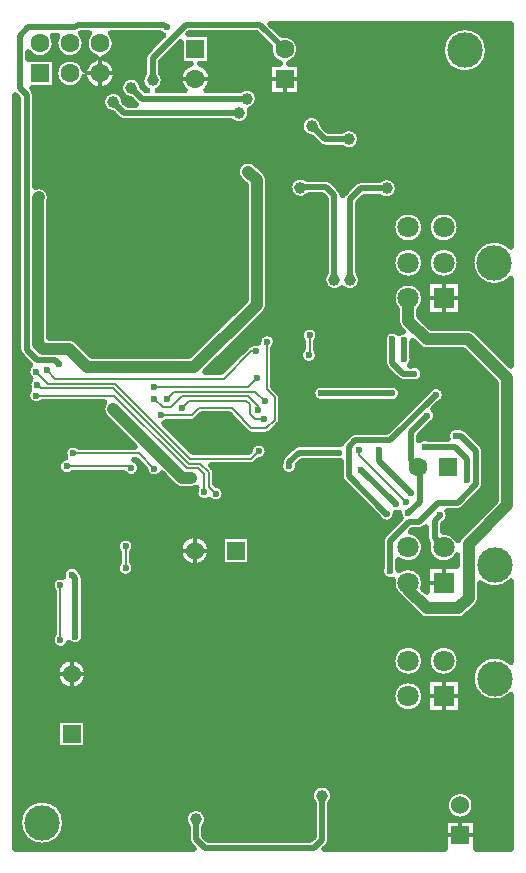
<source format=gbl>
G04 Layer_Physical_Order=2*
G04 Layer_Color=16711680*
%FSLAX24Y24*%
%MOIN*%
G70*
G01*
G75*
%ADD10C,0.0197*%
%ADD39C,0.0079*%
%ADD42C,0.0394*%
%ADD43C,0.0118*%
%ADD44R,0.0709X0.0709*%
%ADD45C,0.0709*%
%ADD46C,0.1181*%
%ADD47C,0.0600*%
%ADD48R,0.0600X0.0600*%
%ADD49C,0.0630*%
%ADD50R,0.0630X0.0630*%
%ADD51R,0.0630X0.0630*%
%ADD52R,0.0600X0.0600*%
%ADD53C,0.0236*%
%ADD54C,0.0394*%
D10*
X34518Y16600D02*
G03*
X34518Y16600I-768J0D01*
G01*
D02*
G03*
X34518Y16600I-768J0D01*
G01*
X34144Y22888D02*
G03*
X34644Y22606I217J-201D01*
G01*
X34459Y24796D02*
G03*
X34144Y24317I-99J-278D01*
G01*
X35014Y24992D02*
G03*
X34459Y24796I-270J-120D01*
G01*
X35251Y21557D02*
G03*
X35251Y21557I-517J0D01*
G01*
X35138Y24754D02*
G03*
X35057Y24949I-276J0D01*
G01*
X34644Y22606D02*
G03*
X35157Y22805I218J199D01*
G01*
D02*
G03*
X35138Y22911I-295J0D01*
G01*
Y24754D02*
G03*
X35057Y24949I-276J0D01*
G01*
X36319Y25289D02*
G03*
X36831Y25089I217J-201D01*
G01*
D02*
G03*
X36752Y25289I-295J0D01*
G01*
X34525Y28765D02*
G03*
X34778Y28258I52J-291D01*
G01*
X34973Y29134D02*
G03*
X34525Y28765I-190J-226D01*
G01*
X33333Y31033D02*
G03*
X33754Y30620I220J-197D01*
G01*
X36831Y25807D02*
G03*
X36319Y25606I-295J0D01*
G01*
X36752D02*
G03*
X36831Y25807I-217J201D01*
G01*
X35824Y30620D02*
G03*
X35858Y30129I298J-226D01*
G01*
X35824Y30620D02*
G03*
X35858Y30129I298J-226D01*
G01*
X36479Y28258D02*
G03*
X37018Y28425I243J167D01*
G01*
X38161Y27826D02*
G03*
X38425Y27717I264J264D01*
G01*
X38161Y27826D02*
G03*
X38425Y27717I264J264D01*
G01*
X37195Y28385D02*
G03*
X37743Y28244I295J11D01*
G01*
X37018Y28425D02*
G03*
X36828Y28701I-295J0D01*
G01*
X37825Y29907D02*
G03*
X37907Y29961I-118J271D01*
G01*
X38602Y16053D02*
G03*
X38683Y15858I276J0D01*
G01*
X38602Y16053D02*
G03*
X38683Y15858I276J0D01*
G01*
X39252Y16713D02*
G03*
X38602Y16460I-374J0D01*
G01*
X39154D02*
G03*
X39252Y16713I-276J253D01*
G01*
X39355Y25669D02*
G03*
X39355Y25669I-517J0D01*
G01*
X38909Y27773D02*
G03*
X39323Y27366I245J-165D01*
G01*
X39323D02*
G03*
X39833Y27569I215J203D01*
G01*
X38710Y27717D02*
G03*
X38909Y27773I1J374D01*
G01*
X38711Y27717D02*
G03*
X38909Y27773I0J374D01*
G01*
X38740Y29961D02*
G03*
X38893Y30024I0J217D01*
G01*
X38740Y29961D02*
G03*
X38894Y30024I0J217D01*
G01*
X39528Y28274D02*
G03*
X39464Y28427I-217J0D01*
G01*
X39528Y28274D02*
G03*
X39464Y28427I-217J0D01*
G01*
X39833Y27569D02*
G03*
X39549Y27864I-295J0D01*
G01*
X40255Y29930D02*
G03*
X40300Y29867I197J89D01*
G01*
X40565Y29601D02*
G03*
X40718Y29537I153J153D01*
G01*
X40565Y29601D02*
G03*
X40718Y29537I153J153D01*
G01*
X40255Y29930D02*
G03*
X40300Y29866I197J89D01*
G01*
X40728Y28514D02*
G03*
X40881Y28577I0J217D01*
G01*
X40728Y28514D02*
G03*
X40882Y28578I0J217D01*
G01*
X40986Y28681D02*
G03*
X41270Y28976I-11J295D01*
G01*
D02*
G03*
X40679Y28988I-295J0D01*
G01*
X41230Y29537D02*
G03*
X41383Y29601I0J217D01*
G01*
X41230Y29537D02*
G03*
X41384Y29601I0J217D01*
G01*
X33361Y31858D02*
G03*
X33374Y31399I192J-225D01*
G01*
D02*
G03*
X33333Y31033I209J-209D01*
G01*
X32963Y32371D02*
G03*
X33043Y32176I276J0D01*
G01*
X32963Y32371D02*
G03*
X33043Y32176I276J0D01*
G01*
X34910Y32656D02*
G03*
X34646Y32766I-264J-264D01*
G01*
X34910Y32656D02*
G03*
X34646Y32766I-264J-264D01*
G01*
X33986Y37321D02*
G03*
X34006Y37441I-354J120D01*
G01*
D02*
G03*
X33514Y37796I-374J0D01*
G01*
X36291Y40061D02*
G03*
X36486Y39980I195J195D01*
G01*
X36291Y40061D02*
G03*
X36486Y39980I195J195D01*
G01*
X33514Y40856D02*
G03*
X33433Y41051I-276J0D01*
G01*
X33514Y40856D02*
G03*
X33433Y41051I-276J0D01*
G01*
X35159Y41684D02*
G03*
X35159Y41465I-480J-109D01*
G01*
X33287Y42277D02*
G03*
X34171Y42574I392J298D01*
G01*
D02*
G03*
X34099Y42830I-492J0D01*
G01*
X34259D02*
G03*
X35171Y42574I420J-256D01*
G01*
D02*
G03*
X35038Y42911I-492J0D01*
G01*
X35159Y41465D02*
G03*
X36211Y41574I520J109D01*
G01*
X36496Y40636D02*
G03*
X36106Y40246I-374J-16D01*
G01*
X37096Y41109D02*
G03*
X36706Y40719I-374J-16D01*
G01*
X37156Y41591D02*
G03*
X37260Y41006I276J-253D01*
G01*
X35570Y42095D02*
G03*
X35159Y41684I109J-520D01*
G01*
X35328Y42919D02*
G03*
X35570Y42095I351J-344D01*
G01*
X35788D02*
G03*
X36171Y42574I-109J480D01*
G01*
D02*
G03*
X36031Y42919I-492J0D01*
G01*
X36211Y41574D02*
G03*
X35788Y42095I-531J0D01*
G01*
X37236Y42281D02*
G03*
X37156Y42087I195J-195D01*
G01*
X37236Y42281D02*
G03*
X37156Y42087I195J-195D01*
G01*
X40668Y32523D02*
G03*
X40568Y32466I53J-210D01*
G01*
X40668Y32523D02*
G03*
X40568Y32466I53J-210D01*
G01*
X40956Y32597D02*
G03*
X40668Y32523I-80J-284D01*
G01*
X41545Y32628D02*
G03*
X40956Y32597I-295J0D01*
G01*
X41170Y33604D02*
G03*
X41280Y33868I-264J264D01*
G01*
X41170Y33604D02*
G03*
X41280Y33868I-264J264D01*
G01*
X40885Y38562D02*
G03*
X40356Y38033I-264J-264D01*
G01*
X41280Y38012D02*
G03*
X41170Y38276I-374J0D01*
G01*
X41280Y38012D02*
G03*
X41170Y38276I-374J0D01*
G01*
X37602Y41006D02*
G03*
X37805Y41339I-171J333D01*
G01*
D02*
G03*
X37707Y41591I-374J0D01*
G01*
X38702Y41905D02*
G03*
X38499Y41006I157J-508D01*
G01*
X37688Y42919D02*
G03*
X37795Y42840I225J191D01*
G01*
X39390Y41397D02*
G03*
X39015Y41905I-531J0D01*
G01*
X40062Y39980D02*
G03*
X40689Y40256I253J276D01*
G01*
D02*
G03*
X40671Y40370I-374J0D01*
G01*
X40671Y40370D02*
G03*
X40947Y40730I-98J361D01*
G01*
D02*
G03*
X40320Y41006I-374J0D01*
G01*
X39218D02*
G03*
X39390Y41397I-360J391D01*
G01*
X43276Y15829D02*
G03*
X43356Y16024I-195J195D01*
G01*
X43276Y15829D02*
G03*
X43356Y16024I-195J195D01*
G01*
Y17247D02*
G03*
X43455Y17500I-276J253D01*
G01*
D02*
G03*
X42805Y17247I-374J0D01*
G01*
X46486Y20813D02*
G03*
X46486Y20813I-531J0D01*
G01*
Y21994D02*
G03*
X46486Y21994I-531J0D01*
G01*
X45069Y25086D02*
G03*
X45434Y24699I276J-106D01*
G01*
X45150Y26189D02*
G03*
X45069Y25994I195J-195D01*
G01*
X45150Y26189D02*
G03*
X45069Y25994I195J-195D01*
G01*
X45637Y25018D02*
G03*
X45620Y25086I-293J-38D01*
G01*
X45434Y24699D02*
G03*
X45645Y24160I521J-107D01*
G01*
X44976Y26751D02*
G03*
X45532Y26890I260J139D01*
G01*
D02*
G03*
X45530Y26921I-295J0D01*
G01*
X45530Y26921D02*
G03*
X45651Y26933I31J294D01*
G01*
X45645Y24160D02*
G03*
X45690Y24106I309J210D01*
G01*
X45645Y24160D02*
G03*
X45690Y24106I309J210D01*
G01*
X46486Y24592D02*
G03*
X45637Y25018I-531J0D01*
G01*
X45620Y25360D02*
G03*
X46486Y25773I335J413D01*
G01*
D02*
G03*
X46038Y26298I-531J0D01*
G01*
X46451Y24402D02*
G03*
X46486Y24592I-497J190D01*
G01*
X46309Y26339D02*
G03*
X46504Y26419I0J276D01*
G01*
X46309Y26339D02*
G03*
X46504Y26419I0J276D01*
G01*
X46310Y23486D02*
G03*
X46575Y23376I264J264D01*
G01*
X46310Y23486D02*
G03*
X46575Y23376I264J264D01*
G01*
X46555Y26078D02*
G03*
X46620Y25901I276J0D01*
G01*
X46555Y26078D02*
G03*
X46620Y25901I276J0D01*
G01*
X41783Y28807D02*
G03*
X41703Y28612I195J-195D01*
G01*
Y28590D02*
G03*
X42274Y28484I276J-106D01*
G01*
X41783Y28807D02*
G03*
X41703Y28612I195J-195D01*
G01*
X42274Y28484D02*
G03*
X42272Y28516I-295J0D01*
G01*
X42303Y29213D02*
G03*
X42108Y29132I0J-276D01*
G01*
X42303Y29213D02*
G03*
X42108Y29132I0J-276D01*
G01*
X41659Y29876D02*
G03*
X41722Y30030I-153J153D01*
G01*
Y30778D02*
G03*
X41659Y30931I-217J0D01*
G01*
X41659Y29876D02*
G03*
X41722Y30030I-153J153D01*
G01*
Y30778D02*
G03*
X41659Y30931I-217J0D01*
G01*
X43157Y31187D02*
G03*
X43157Y30636I-106J-276D01*
G01*
X43555Y28661D02*
G03*
X43701Y28644I106J276D01*
G01*
Y28140D02*
G03*
X43782Y27945I276J0D01*
G01*
X43701Y28140D02*
G03*
X43782Y27945I276J0D01*
G01*
X43717Y29227D02*
G03*
X43555Y29213I-56J-290D01*
G01*
X43782Y29329D02*
G03*
X43717Y29227I195J-195D01*
G01*
X43782Y29329D02*
G03*
X43717Y29227I195J-195D01*
G01*
X45651Y26933D02*
G03*
X45702Y26741I294J-24D01*
G01*
X46612Y29400D02*
G03*
X46309Y29344I-106J-276D01*
G01*
X44193Y29626D02*
G03*
X43998Y29545I0J-276D01*
G01*
X44193Y29626D02*
G03*
X43998Y29545I0J-276D01*
G01*
X45313Y30636D02*
G03*
X45715Y30911I106J276D01*
G01*
D02*
G03*
X45313Y31187I-295J0D01*
G01*
X48164Y17177D02*
G03*
X48164Y17177I-477J0D01*
G01*
X47667Y21994D02*
G03*
X47667Y21994I-531J0D01*
G01*
X47628Y23376D02*
G03*
X47892Y23486I0J374D01*
G01*
X47628Y23376D02*
G03*
X47892Y23486I0J374D01*
G01*
X48237Y23830D02*
G03*
X48346Y24094I-264J264D01*
G01*
X48237Y23830D02*
G03*
X48346Y24094I-264J264D01*
G01*
X49380Y21946D02*
G03*
X49380Y20861I-543J-542D01*
G01*
Y21946D02*
G03*
X49380Y20861I-543J-542D01*
G01*
X47128Y26571D02*
G03*
X47303Y26841I-120J270D01*
G01*
D02*
G03*
X47260Y26994I-295J0D01*
G01*
X46620Y25901D02*
G03*
X47596Y25508I516J-128D01*
G01*
X47706Y26158D02*
G03*
X47614Y26006I264J-264D01*
G01*
X47706Y26158D02*
G03*
X47614Y26006I264J-264D01*
G01*
X47614D02*
G03*
X47106Y26304I-478J-233D01*
G01*
X46714Y29897D02*
G03*
X46890Y30167I-120J270D01*
G01*
D02*
G03*
X46789Y30390I-295J0D01*
G01*
X46977Y30577D02*
G03*
X47175Y30856I-97J279D01*
G01*
D02*
G03*
X46625Y31005I-295J0D01*
G01*
X47604Y26994D02*
G03*
X47799Y27075I0J276D01*
G01*
X47604Y26994D02*
G03*
X47799Y27075I0J276D01*
G01*
X47655Y29774D02*
G03*
X47271Y29400I-106J-276D01*
G01*
X48346Y24592D02*
G03*
X49380Y24640I490J591D01*
G01*
X48346Y24592D02*
G03*
X49380Y24640I490J591D01*
G01*
X48494Y28986D02*
G03*
X48413Y29181I-276J0D01*
G01*
Y27689D02*
G03*
X48494Y27884I-195J195D01*
G01*
X48413Y27689D02*
G03*
X48494Y27884I-195J195D01*
G01*
Y28986D02*
G03*
X48413Y29181I-276J0D01*
G01*
X47902Y29693D02*
G03*
X47707Y29774I-195J-195D01*
G01*
X47902Y29693D02*
G03*
X47707Y29774I-195J-195D01*
G01*
X42451Y32405D02*
G03*
X42943Y32185I197J-220D01*
G01*
D02*
G03*
X42884Y32362I-295J0D01*
G01*
X41457Y32417D02*
G03*
X41545Y32628I-207J211D01*
G01*
X42963Y32844D02*
G03*
X42451Y32644I-295J0D01*
G01*
X42884D02*
G03*
X42963Y32844I-217J201D01*
G01*
X43218Y34948D02*
G03*
X43747Y34419I276J-253D01*
G01*
X45148Y31929D02*
G03*
X45228Y31734I276J0D01*
G01*
X45148Y31929D02*
G03*
X45228Y31734I276J0D01*
G01*
X43747Y34419D02*
G03*
X44382Y34687I261J268D01*
G01*
X45602Y31360D02*
G03*
X45797Y31280I195J195D01*
G01*
X45602Y31360D02*
G03*
X45797Y31280I195J195D01*
G01*
X45790Y32972D02*
G03*
X45632Y32915I17J-295D01*
G01*
X46008Y31831D02*
G03*
X46102Y32047I-201J217D01*
G01*
D02*
G03*
X46083Y32153I-295J0D01*
G01*
Y32571D02*
G03*
X46102Y32661I-276J106D01*
G01*
X45632Y32915D02*
G03*
X45148Y32601I-209J-208D01*
G01*
X45581Y33337D02*
G03*
X45690Y33072I374J0D01*
G01*
X45581Y33337D02*
G03*
X45690Y33072I374J0D01*
G01*
X44382Y34687D02*
G03*
X44284Y34940I-374J0D01*
G01*
X42041Y37958D02*
G03*
X41989Y37782I222J-163D01*
G01*
X42041Y37958D02*
G03*
X41989Y37782I222J-163D01*
G01*
X42579Y38071D02*
G03*
X42041Y37958I-216J-305D01*
G01*
X41989Y37782D02*
G03*
X42644Y37520I374J-16D01*
G01*
X41348Y42467D02*
G03*
X41680Y41905I483J-93D01*
G01*
X41981D02*
G03*
X42323Y42374I-151J468D01*
G01*
D02*
G03*
X41737Y42857I-492J0D01*
G01*
X42978Y39185D02*
G03*
X43173Y39104I195J195D01*
G01*
X42978Y39185D02*
G03*
X43173Y39104I195J195D01*
G01*
X43112Y39831D02*
G03*
X42722Y39441I-374J-16D01*
G01*
X43770Y37512D02*
G03*
X43689Y37705I-276J-3D01*
G01*
X43770Y37512D02*
G03*
X43689Y37705I-276J-3D01*
G01*
X43813Y37569D02*
G03*
X43770Y37512I195J-195D01*
G01*
X43813Y37569D02*
G03*
X43770Y37512I195J-195D01*
G01*
X44983Y37470D02*
G03*
X45610Y37746I253J276D01*
G01*
D02*
G03*
X44983Y38022I-374J0D01*
G01*
X43404Y37990D02*
G03*
X43209Y38071I-195J-195D01*
G01*
X43404Y37990D02*
G03*
X43209Y38071I-195J-195D01*
G01*
X44380Y38022D02*
G03*
X44185Y37941I0J-276D01*
G01*
X44380Y38022D02*
G03*
X44185Y37941I0J-276D01*
G01*
X43724Y39104D02*
G03*
X44350Y39380I253J276D01*
G01*
D02*
G03*
X43724Y39656I-374J0D01*
G01*
X46457Y31565D02*
G03*
X46033Y31831I-295J0D01*
G01*
X46086Y31280D02*
G03*
X46457Y31565I76J285D01*
G01*
X46310Y32452D02*
G03*
X46575Y32343I264J264D01*
G01*
X46310Y32452D02*
G03*
X46575Y32343I264J264D01*
G01*
X46329Y33703D02*
G03*
X46486Y34080I-374J378D01*
G01*
D02*
G03*
X45581Y33703I-531J0D01*
G01*
X46486Y35261D02*
G03*
X46486Y35261I-531J0D01*
G01*
X47667D02*
G03*
X47667Y35261I-531J0D01*
G01*
X48207Y32981D02*
G03*
X47943Y33091I-264J-264D01*
G01*
X48207Y32981D02*
G03*
X47943Y33091I-264J-264D01*
G01*
X46486Y36443D02*
G03*
X46486Y36443I-531J0D01*
G01*
X47667D02*
G03*
X47667Y36443I-531J0D01*
G01*
X49380Y35796D02*
G03*
X49380Y34727I-551J-534D01*
G01*
Y35796D02*
G03*
X49380Y34727I-551J-534D01*
G01*
X48612Y42348D02*
G03*
X48612Y42348I-768J0D01*
G01*
D02*
G03*
X48612Y42348I-768J0D01*
G01*
X43051Y30911D02*
X45419D01*
X46831Y26078D02*
Y26663D01*
Y26078D02*
X47136Y25773D01*
X46831Y26663D02*
X47008Y26841D01*
X45344Y25994D02*
X45965Y26614D01*
X45344Y24980D02*
Y25994D01*
X46964Y27269D02*
X47604D01*
X46309Y26614D02*
X46964Y27269D01*
X45965Y26614D02*
X46309D01*
X45226Y26890D02*
X45236D01*
X43976Y28140D02*
X45226Y26890D01*
X44390Y28356D02*
X45532Y27215D01*
X33592Y32018D02*
X34173D01*
X34301Y31890D01*
X33012Y41083D02*
Y42825D01*
Y41083D02*
X33238Y40856D01*
Y32371D02*
Y40856D01*
X33012Y42825D02*
X33293Y43106D01*
X33238Y32371D02*
X33592Y32018D01*
X36722Y41093D02*
X37085Y40730D01*
X40573D01*
X36122Y40620D02*
X36486Y40256D01*
X40315D01*
X41010Y43194D02*
X41831Y42374D01*
X44380Y37746D02*
X45236D01*
X44008Y37374D02*
X44380Y37746D01*
X44008Y34687D02*
Y37374D01*
X42293Y37766D02*
X42362D01*
X42264Y37795D02*
X42293Y37766D01*
X43209Y37795D02*
X43494Y37510D01*
Y34695D02*
Y37510D01*
X42738Y39815D02*
X43173Y39380D01*
X43976D01*
X43081Y16024D02*
Y17500D01*
X42811Y15754D02*
X43081Y16024D01*
X39178Y15754D02*
X42811D01*
X38878Y16053D02*
X39178Y15754D01*
X38878Y16053D02*
Y16713D01*
X33293Y43106D02*
X34843D01*
X34931Y43194D01*
X37431Y41339D02*
Y42087D01*
X38539Y43194D01*
X41010D01*
X34931D02*
X37829D01*
X37913Y43110D01*
X34862Y22805D02*
Y24754D01*
X34744Y24872D02*
X34862Y24754D01*
X47520Y29124D02*
X47913Y28730D01*
Y28031D02*
Y28730D01*
X47604Y27269D02*
X48218Y27884D01*
Y28986D01*
X47707Y29498D02*
X48218Y28986D01*
X46506Y29124D02*
X47520D01*
X47549Y29498D02*
X47707D01*
X45807Y32047D02*
Y32677D01*
X45423Y31929D02*
Y32707D01*
Y31929D02*
X45797Y31555D01*
X46152D01*
X46161Y31565D01*
X46866Y30856D02*
X46880D01*
X45360Y29350D02*
X46866Y30856D01*
X43976Y29134D02*
X44193Y29350D01*
X43976Y28140D02*
Y29134D01*
X45532Y27215D02*
X45561D01*
X46283Y28445D02*
X46341Y28388D01*
Y27305D02*
Y28388D01*
X45945Y26909D02*
X46341Y27305D01*
X44992Y28643D02*
X46046Y27590D01*
X44992Y28643D02*
Y29007D01*
X44193Y29350D02*
X45360D01*
X46033Y28695D02*
X46283Y28445D01*
X46033Y28695D02*
Y29606D01*
X46594Y30167D01*
X42303Y28937D02*
X43661D01*
X41978Y28612D02*
X42303Y28937D01*
X41978Y28484D02*
Y28612D01*
X42264Y37795D02*
X43209D01*
X32864Y16063D02*
X33201D01*
X32864Y15984D02*
X33292D01*
X32864Y16378D02*
X33015D01*
X32864Y16142D02*
X33134D01*
X32864Y16220D02*
X33083D01*
X33228Y15714D02*
Y16037D01*
X33386Y15714D02*
Y15924D01*
X33307Y15714D02*
Y15973D01*
X32864Y16299D02*
X33044D01*
X33150Y15714D02*
Y16122D01*
X33071Y15714D02*
Y16242D01*
X32864Y16614D02*
X32982D01*
X32864Y16457D02*
X32996D01*
X32864Y16535D02*
X32985D01*
X32864Y16693D02*
X32988D01*
X32864Y16772D02*
X33002D01*
X32864Y16850D02*
X33024D01*
X32992Y15714D02*
Y16478D01*
X32864Y16929D02*
X33056D01*
X32864Y17008D02*
X33100D01*
X32864Y17087D02*
X33156D01*
X32864Y17165D02*
X33231D01*
X32864Y17244D02*
X33332D01*
X32864Y15905D02*
X33423D01*
X32864Y17323D02*
X33491D01*
X32864Y19134D02*
X34257D01*
X32864Y19528D02*
X34257D01*
X32864Y19213D02*
X34257D01*
X32864Y19449D02*
X34257D01*
X33465Y15714D02*
Y15887D01*
X33543Y15714D02*
Y15861D01*
X32864Y19370D02*
X34257D01*
X32864Y19291D02*
X34257D01*
X32864Y21260D02*
X34312D01*
X32864Y21102D02*
X34489D01*
X32864Y21181D02*
X34380D01*
X32864Y21496D02*
X34221D01*
X32864Y21339D02*
X34266D01*
X32864Y21417D02*
X34237D01*
X32864Y19764D02*
X34257D01*
X32864Y19606D02*
X34257D01*
X32864Y19685D02*
X34257D01*
X32864Y20000D02*
X34257D01*
X32864Y19842D02*
X34257D01*
X32864Y19921D02*
X34257D01*
X32864Y23150D02*
X34144D01*
X32864Y22992D02*
X34144D01*
X32864Y23071D02*
X34144D01*
X32864Y23386D02*
X34144D01*
X32864Y23228D02*
X34144D01*
X32864Y23307D02*
X34144D01*
X32864Y22677D02*
X34065D01*
X32864Y22520D02*
X34117D01*
X32864Y22598D02*
X34079D01*
X32864Y22756D02*
X34073D01*
X32864Y22835D02*
X34104D01*
X32864Y22913D02*
X34144D01*
X32864Y24409D02*
X34086D01*
X32864Y24173D02*
X34144D01*
X32864Y24331D02*
X34132D01*
X32864Y24488D02*
X34066D01*
X32864Y24567D02*
X34069D01*
X32864Y24646D02*
X34094D01*
X32864Y23622D02*
X34144D01*
X32864Y23465D02*
X34144D01*
X32864Y23543D02*
X34144D01*
X32864Y23858D02*
X34144D01*
X32864Y23701D02*
X34144D01*
X32864Y23779D02*
X34144D01*
X32864Y23937D02*
X34144D01*
X32864Y22047D02*
X34571D01*
X32864Y22441D02*
X34197D01*
X32864Y24252D02*
X34144D01*
X32864Y24016D02*
X34144D01*
X32864Y24094D02*
X34144D01*
X32864Y21575D02*
X34218D01*
X32864Y21653D02*
X34227D01*
X32864Y21732D02*
X34248D01*
X32864Y21811D02*
X34284D01*
X32864Y21890D02*
X34339D01*
X32864Y21968D02*
X34422D01*
X32864Y25197D02*
X36261D01*
X32864Y25276D02*
X36307D01*
X32864Y25354D02*
X36319D01*
X32864Y25591D02*
X36319D01*
X32864Y25433D02*
X36319D01*
X32864Y25512D02*
X36319D01*
X32864Y24724D02*
X34149D01*
X32864Y24803D02*
X34284D01*
X32864Y24882D02*
X34449D01*
X32864Y24961D02*
X34462D01*
X32864Y25039D02*
X34501D01*
X32864Y25118D02*
X34581D01*
X33858Y15714D02*
Y15840D01*
X33937Y15714D02*
Y15855D01*
X33622Y15714D02*
Y15843D01*
X33779Y15714D02*
Y15833D01*
X33701Y15714D02*
Y15834D01*
X34252Y15714D02*
Y16019D01*
X34331Y15714D02*
Y16098D01*
X34409Y15714D02*
Y16207D01*
X34016Y15714D02*
Y15880D01*
X34094Y15714D02*
Y15914D01*
X34173Y15714D02*
Y15959D01*
Y17241D02*
Y22459D01*
X34331Y17102D02*
Y19080D01*
X34252Y17181D02*
Y21372D01*
X34094Y17286D02*
Y22558D01*
X34257Y19080D02*
Y20034D01*
X34331D02*
Y21235D01*
X34488Y15714D02*
Y16389D01*
X34567Y15714D02*
Y19080D01*
X34488Y16811D02*
Y19080D01*
X34409Y16993D02*
Y19080D01*
X34567Y20034D02*
Y21068D01*
X34488Y20034D02*
Y21103D01*
X34646Y15714D02*
Y19080D01*
X34803Y15714D02*
Y19080D01*
X34724Y15714D02*
Y19080D01*
X34646Y20034D02*
Y21048D01*
X34257Y19080D02*
X35211D01*
X34724Y20034D02*
Y21041D01*
X34882Y15714D02*
Y19080D01*
X35039Y15714D02*
Y19080D01*
X34961Y15714D02*
Y19080D01*
X35118Y15714D02*
Y19080D01*
X35197Y15714D02*
Y19080D01*
X35211D02*
Y20034D01*
X36299Y15714D02*
Y24912D01*
X36457Y15714D02*
Y24804D01*
X36378Y15714D02*
Y24839D01*
X34961Y20034D02*
Y21093D01*
X35118Y20034D02*
Y21211D01*
X35197Y20034D02*
Y21327D01*
X36772Y15714D02*
Y24911D01*
X38425Y15714D02*
Y25360D01*
X38346Y15714D02*
Y25513D01*
X36535Y15714D02*
Y24793D01*
X36614Y15714D02*
Y24804D01*
X36693Y15714D02*
Y24839D01*
X34252Y21742D02*
Y22412D01*
X34409Y20034D02*
Y21156D01*
X34331Y21879D02*
Y22393D01*
X34409Y21959D02*
Y22396D01*
X34488Y22011D02*
Y22421D01*
X34803Y20034D02*
Y21045D01*
X34882Y20034D02*
Y21062D01*
X35039Y20034D02*
Y21140D01*
X34567Y22046D02*
Y22476D01*
X34094Y22816D02*
Y24389D01*
X34604Y22520D02*
X34787D01*
X34144Y22888D02*
Y24317D01*
X34882Y22052D02*
Y22510D01*
X34961Y22021D02*
Y22527D01*
X35039Y21974D02*
Y22569D01*
X34646Y22066D02*
Y22604D01*
X34803Y22069D02*
Y22516D01*
X34724Y22074D02*
Y22544D01*
X34257Y20034D02*
X35211D01*
X35045Y24961D02*
X36269D01*
X35118Y21903D02*
Y22658D01*
X35138Y22911D02*
Y24754D01*
X35133Y24803D02*
X36460D01*
X35106Y24882D02*
X36325D01*
X35014Y24992D02*
X35057Y24949D01*
X34987Y25039D02*
X36244D01*
X34907Y25118D02*
X36242D01*
X36319Y25289D02*
Y25606D01*
X36752Y25289D02*
Y25606D01*
Y25354D02*
X38429D01*
X36772Y25266D02*
Y25630D01*
X36752Y25591D02*
X38328D01*
X36752Y25433D02*
X38379D01*
X36752Y25512D02*
X38347D01*
X33386Y17276D02*
Y30593D01*
X33465Y17313D02*
Y30555D01*
X33543Y17339D02*
Y30542D01*
X32864Y28268D02*
X34366D01*
X33622Y17357D02*
Y30549D01*
X33701Y17366D02*
Y30581D01*
X34252Y24792D02*
Y30620D01*
X34173Y24746D02*
Y30620D01*
X34331Y24812D02*
Y28311D01*
X34488Y25019D02*
Y28193D01*
X34409Y24809D02*
Y28231D01*
X32864Y15714D02*
Y40841D01*
X32992Y16722D02*
Y32247D01*
X32913Y15714D02*
Y40791D01*
X33071Y16958D02*
Y32149D01*
X33228Y17163D02*
Y31992D01*
X33150Y17078D02*
Y32070D01*
X33307Y17227D02*
Y30673D01*
X34016Y17320D02*
Y30620D01*
X33937Y17345D02*
Y30620D01*
X33779Y17367D02*
Y30620D01*
X34094Y24646D02*
Y30620D01*
X33858Y17360D02*
Y30620D01*
X32864Y25827D02*
X36241D01*
X32864Y25669D02*
X36274D01*
X32864Y25748D02*
X36246D01*
X32864Y25905D02*
X36257D01*
X32864Y25984D02*
X36299D01*
X32864Y26063D02*
X36388D01*
X34567Y25108D02*
Y28179D01*
X32864Y27795D02*
X38196D01*
X32864Y27874D02*
X38113D01*
X32864Y28110D02*
X37415D01*
X32864Y27953D02*
X38034D01*
X32864Y28031D02*
X37955D01*
X34646Y25150D02*
Y28187D01*
X34724Y25167D02*
Y28219D01*
X32864Y28189D02*
X34501D01*
X34652D02*
X36545D01*
X34778Y28258D02*
X36479D01*
X35039Y24967D02*
Y28258D01*
X35197Y21787D02*
Y28258D01*
X35118Y24856D02*
Y28258D01*
X34803Y25161D02*
Y28258D01*
X34961Y25073D02*
Y28258D01*
X34882Y25133D02*
Y28258D01*
X32864Y28504D02*
X34283D01*
X32864Y28346D02*
X34311D01*
X32864Y28425D02*
X34286D01*
X32864Y28583D02*
X34302D01*
X32864Y28661D02*
X34348D01*
X32864Y28740D02*
X34448D01*
X32864Y28898D02*
X34488D01*
X32864Y28819D02*
X34502D01*
X32864Y28976D02*
X34496D01*
X32864Y29055D02*
X34528D01*
X32864Y29134D02*
X34594D01*
X34331Y28638D02*
Y30620D01*
X34488Y28756D02*
Y30620D01*
X34409Y28718D02*
Y30620D01*
X32864Y30630D02*
X33342D01*
X32864Y30551D02*
X33478D01*
X34567Y29108D02*
Y30620D01*
X34961Y29144D02*
Y30620D01*
X34646Y29169D02*
Y30620D01*
X34724Y29197D02*
Y30620D01*
X34882Y29186D02*
Y30620D01*
X34803Y29202D02*
Y30620D01*
X32864Y29764D02*
X36223D01*
X32864Y29606D02*
X36381D01*
X32864Y29685D02*
X36302D01*
X32864Y30000D02*
X35987D01*
X32864Y29842D02*
X36144D01*
X32864Y29921D02*
X36066D01*
X32864Y29291D02*
X36696D01*
X34973Y29134D02*
X36853D01*
X32864Y29213D02*
X36774D01*
X32864Y29527D02*
X36459D01*
X32864Y29370D02*
X36617D01*
X32864Y29449D02*
X36538D01*
X32864Y30236D02*
X35783D01*
X32864Y30079D02*
X35908D01*
X32864Y30157D02*
X35832D01*
X32864Y30394D02*
X35748D01*
X32864Y30315D02*
X35756D01*
X32864Y30472D02*
X35756D01*
X35039Y29134D02*
Y30620D01*
X35276Y29134D02*
Y30620D01*
X35118Y29134D02*
Y30620D01*
X35197Y29134D02*
Y30620D01*
X33629Y30551D02*
X35783D01*
X33754Y30620D02*
X35824D01*
X35590Y15714D02*
Y28258D01*
X35748Y15714D02*
Y28258D01*
X35669Y15714D02*
Y28258D01*
X35827Y15714D02*
Y28258D01*
X36299Y25266D02*
Y25630D01*
X36850Y15714D02*
Y28159D01*
X36929Y15714D02*
Y28214D01*
X36614Y26092D02*
Y28151D01*
X36693Y26057D02*
Y28131D01*
X36772Y25984D02*
Y28134D01*
X35512Y15714D02*
Y28258D01*
X35984Y15714D02*
Y28258D01*
X35905Y15714D02*
Y28258D01*
X35276Y15714D02*
Y28258D01*
X35433Y15714D02*
Y28258D01*
X35354Y15714D02*
Y28258D01*
X36063Y15714D02*
Y28258D01*
X36220Y15714D02*
Y28258D01*
X36142Y15714D02*
Y28258D01*
X36299Y25984D02*
Y28258D01*
X36457Y26092D02*
Y28258D01*
X36378Y26057D02*
Y28258D01*
X37953Y15714D02*
Y28034D01*
X36797Y25669D02*
X38322D01*
X36825Y25748D02*
X38328D01*
X36830Y25827D02*
X38347D01*
X36814Y25905D02*
X38379D01*
X36772Y25984D02*
X38429D01*
X38031Y15714D02*
Y27955D01*
X38189Y15714D02*
Y27801D01*
X38110Y15714D02*
Y27877D01*
X38268Y15714D02*
Y27751D01*
X38425Y25979D02*
Y27717D01*
X38346Y25826D02*
Y27725D01*
X37244Y15714D02*
Y28233D01*
X37401Y15714D02*
Y28114D01*
X37323Y15714D02*
Y28152D01*
X37008Y15714D02*
Y28349D01*
X37165Y15714D02*
Y28414D01*
X37087Y15714D02*
Y28493D01*
X37716Y15714D02*
Y28206D01*
X37874Y15714D02*
Y28113D01*
X37795Y15714D02*
Y28192D01*
X37480Y15714D02*
Y28101D01*
X37559Y15714D02*
Y28109D01*
X37638Y15714D02*
Y28140D01*
X36299Y29134D02*
Y29688D01*
X36457Y29134D02*
Y29530D01*
X36378Y29134D02*
Y29609D01*
X36063Y29134D02*
Y29924D01*
X36220Y29134D02*
Y29766D01*
X36142Y29134D02*
Y29845D01*
X36535Y26102D02*
Y28197D01*
X36828Y28701D02*
X36879D01*
X36535Y29134D02*
Y29451D01*
X36614Y29134D02*
Y29373D01*
X36772Y29134D02*
Y29215D01*
X36693Y29134D02*
Y29294D01*
X35590Y29134D02*
Y30620D01*
X35748Y29134D02*
Y30620D01*
X35669Y29134D02*
Y30620D01*
X35354Y29134D02*
Y30620D01*
X35512Y29134D02*
Y30620D01*
X35433Y29134D02*
Y30620D01*
X35827Y29134D02*
Y30164D01*
X35984Y29134D02*
Y30003D01*
X35858Y30129D02*
X36853Y29134D01*
X35905D02*
Y30081D01*
X36900Y28189D02*
X37279D01*
X36972Y28268D02*
X37224D01*
X37007Y28504D02*
X37076D01*
X37007Y28346D02*
X37199D01*
X37018Y28425D02*
X37154D01*
X37743Y28244D02*
X38161Y27826D01*
X37566Y28110D02*
X37877D01*
X37701Y28189D02*
X37798D01*
X37008Y28501D02*
Y28572D01*
X36879Y28701D02*
X37195Y28385D01*
X37874Y29858D02*
Y29934D01*
X37953Y29779D02*
Y29961D01*
X38268Y29464D02*
Y29961D01*
X38425Y29306D02*
Y29961D01*
X38346Y29385D02*
Y29961D01*
X38031Y29700D02*
Y29961D01*
X38189Y29543D02*
Y29961D01*
X38110Y29621D02*
Y29961D01*
X32864Y15748D02*
X38793D01*
X32864Y15714D02*
X38827D01*
X34208Y15984D02*
X38611D01*
X32864Y15827D02*
X38715D01*
X34077Y15905D02*
X38645D01*
X34417Y16220D02*
X38602D01*
X34299Y16063D02*
X38602D01*
X34366Y16142D02*
X38602D01*
X34504Y16457D02*
X38602D01*
X34456Y16299D02*
X38602D01*
X34485Y16378D02*
X38602D01*
X34400Y17008D02*
X38648D01*
X34344Y17087D02*
X38873D01*
X32864Y17402D02*
X42720D01*
X32864Y17480D02*
X42707D01*
X32864Y17559D02*
X42711D01*
X32864Y17638D02*
X42733D01*
X34512Y16693D02*
X38504D01*
X34515Y16535D02*
X38549D01*
X34518Y16614D02*
X38517D01*
X34498Y16772D02*
X38509D01*
X34476Y16850D02*
X38530D01*
X34444Y16929D02*
X38573D01*
X32864Y18110D02*
X49380D01*
X32864Y17953D02*
X49380D01*
X32864Y18031D02*
X49380D01*
X32864Y18346D02*
X49380D01*
X32864Y18189D02*
X49380D01*
X32864Y18268D02*
X49380D01*
X34009Y17323D02*
X42751D01*
X34269Y17165D02*
X42805D01*
X34168Y17244D02*
X42805D01*
X32864Y17716D02*
X42776D01*
X32864Y17795D02*
X42851D01*
X32864Y17874D02*
X43076D01*
X32864Y19055D02*
X49380D01*
X32864Y18898D02*
X49380D01*
X32864Y18976D02*
X49380D01*
X32864Y20236D02*
X49380D01*
X32864Y20079D02*
X49380D01*
X32864Y20157D02*
X49380D01*
X32864Y18583D02*
X49380D01*
X32864Y18425D02*
X49380D01*
X32864Y18504D02*
X49380D01*
X32864Y18819D02*
X49380D01*
X32864Y18661D02*
X49380D01*
X32864Y18740D02*
X49380D01*
X32864Y20630D02*
X45456D01*
X32864Y20472D02*
X45546D01*
X32864Y20551D02*
X45492D01*
X32864Y20787D02*
X45424D01*
X32864Y20709D02*
X45434D01*
X32864Y20866D02*
X45426D01*
X32864Y20945D02*
X45440D01*
X32864Y21024D02*
X45467D01*
X34979Y21102D02*
X45509D01*
X35047Y21968D02*
X45424D01*
X35088Y21181D02*
X45572D01*
X35129Y21890D02*
X45434D01*
X34897Y22047D02*
X45426D01*
X32864Y22126D02*
X45440D01*
X32864Y22205D02*
X45467D01*
X32864Y22283D02*
X45509D01*
X32864Y22362D02*
X45572D01*
X35138Y24252D02*
X45546D01*
X35138Y24488D02*
X45434D01*
X35138Y24331D02*
X45492D01*
X35138Y24409D02*
X45456D01*
X35138Y24724D02*
X45197D01*
X35138Y24567D02*
X45424D01*
X35138Y24646D02*
X45426D01*
X32864Y20394D02*
X45628D01*
X32864Y20315D02*
X45768D01*
X34523Y22441D02*
X45667D01*
X34938Y22520D02*
X45878D01*
X35073Y22598D02*
X49380D01*
X35128Y22677D02*
X49380D01*
X35138Y22992D02*
X49380D01*
X35153Y22756D02*
X49380D01*
X35138Y22913D02*
X49380D01*
X35138Y23228D02*
X49380D01*
X35138Y23071D02*
X49380D01*
X35138Y23150D02*
X49380D01*
X35138Y23937D02*
X45859D01*
X35138Y23779D02*
X46016D01*
X35138Y23858D02*
X45938D01*
X35138Y24173D02*
X45628D01*
X35138Y24016D02*
X45780D01*
X35138Y24094D02*
X45701D01*
X35138Y23465D02*
X46333D01*
X35138Y23307D02*
X49380D01*
X35138Y23386D02*
X46490D01*
X35138Y23701D02*
X46095D01*
X35138Y23543D02*
X46253D01*
X35138Y23622D02*
X46174D01*
X38583Y15714D02*
Y16483D01*
X38661Y15714D02*
Y15883D01*
X38602Y16053D02*
Y16460D01*
X38740Y15714D02*
Y15801D01*
X38683Y15858D02*
X38827Y15714D01*
X39154Y16167D02*
X39292Y16029D01*
X39154Y16167D02*
Y16460D01*
X39213Y16108D02*
Y16545D01*
X38504Y15714D02*
Y25276D01*
X38661Y17018D02*
Y25184D01*
X38583Y16942D02*
Y25221D01*
X38740Y17060D02*
Y25162D01*
X38819Y17082D02*
Y25153D01*
X38976Y17073D02*
Y25171D01*
X39291Y16030D02*
Y25421D01*
X39842Y16029D02*
Y25192D01*
X39764Y16029D02*
Y25192D01*
X39055Y17042D02*
Y25200D01*
X39134Y16985D02*
Y25245D01*
X39213Y16880D02*
Y25313D01*
X39154Y16299D02*
X42805D01*
X39179Y16142D02*
X42805D01*
X39154Y16220D02*
X42805D01*
X39207Y16535D02*
X42805D01*
X39154Y16378D02*
X42805D01*
X39154Y16457D02*
X42805D01*
X39292Y16029D02*
X42696D01*
X39258Y16063D02*
X42730D01*
X39239Y16614D02*
X42805D01*
X39226Y16850D02*
X42805D01*
X39251Y16693D02*
X42805D01*
X39247Y16772D02*
X42805D01*
X40000Y16029D02*
Y25192D01*
X40157Y16029D02*
Y25192D01*
X40079Y16029D02*
Y25192D01*
X39921Y16029D02*
Y25192D01*
X39183Y16929D02*
X42805D01*
X39108Y17008D02*
X42805D01*
X40472Y16029D02*
Y25192D01*
X40630Y16029D02*
Y25192D01*
X40551Y16029D02*
Y25192D01*
X40236Y16029D02*
Y25192D01*
X40394Y16029D02*
Y25192D01*
X40315Y16029D02*
Y25192D01*
X38883Y17087D02*
X42805D01*
X36746Y24882D02*
X45066D01*
X36802Y24961D02*
X45050D01*
X36764Y25276D02*
X38504D01*
X36827Y25039D02*
X45055D01*
X36810Y25197D02*
X38630D01*
X38898Y17086D02*
Y25156D01*
X39739Y25192D02*
X40694D01*
X39047Y25197D02*
X39739D01*
X39173Y25276D02*
X39739D01*
X40694Y25197D02*
X45069D01*
X40694Y25276D02*
X45069D01*
X39248Y25354D02*
X39739D01*
X39298Y25433D02*
X39739D01*
X39331Y25512D02*
X39739D01*
X39349Y25591D02*
X39739D01*
X40694Y25433D02*
X45069D01*
X40694Y25512D02*
X45069D01*
X39355Y25669D02*
X39739D01*
X40694Y25591D02*
X45069D01*
X40694Y25669D02*
X45069D01*
X35211Y19764D02*
X49380D01*
X35211Y19606D02*
X49380D01*
X35211Y19685D02*
X49380D01*
X35211Y20000D02*
X49380D01*
X35211Y19842D02*
X49380D01*
X35211Y19921D02*
X49380D01*
X35211Y19291D02*
X49380D01*
X35211Y19134D02*
X49380D01*
X35211Y19213D02*
X49380D01*
X35211Y19528D02*
X49380D01*
X35211Y19370D02*
X49380D01*
X35211Y19449D02*
X49380D01*
X35157Y21260D02*
X45668D01*
X35202Y21339D02*
X45878D01*
X35232Y21417D02*
X48069D01*
X35184Y21811D02*
X45456D01*
X35220Y21732D02*
X45492D01*
X35156Y22835D02*
X49380D01*
X35242Y21653D02*
X45546D01*
X35247Y21496D02*
X45768D01*
X35250Y21575D02*
X45628D01*
X40694Y25354D02*
X45069D01*
X36611Y24803D02*
X45108D01*
X36829Y25118D02*
X45069D01*
X36683Y26063D02*
X38504D01*
X32864Y26142D02*
X38630D01*
X32864Y27323D02*
X39078D01*
X39213Y26026D02*
Y27319D01*
X39370Y16029D02*
Y27326D01*
X39291Y25918D02*
Y27347D01*
X38976Y26167D02*
Y27372D01*
X39134Y26093D02*
Y27314D01*
X39055Y26138D02*
Y27330D01*
X38504Y26063D02*
Y27717D01*
X32864Y27402D02*
X38943D01*
X32864Y27480D02*
X38887D01*
X32864Y27638D02*
X38860D01*
X32864Y27559D02*
X38862D01*
X32864Y27716D02*
X38879D01*
X38583Y26118D02*
Y27717D01*
X38661Y26154D02*
Y27717D01*
X38740Y26176D02*
Y27718D01*
X38819Y26185D02*
Y27733D01*
X38898Y26182D02*
Y27461D01*
X32864Y26220D02*
X45181D01*
X32864Y26299D02*
X45260D01*
X32864Y26378D02*
X45339D01*
X32864Y26614D02*
X45130D01*
X32864Y26457D02*
X45417D01*
X32864Y26535D02*
X45496D01*
X39298Y25905D02*
X39739D01*
X39349Y25748D02*
X39739D01*
X39331Y25827D02*
X39739D01*
X39048Y26142D02*
X39739D01*
X39248Y25984D02*
X39739D01*
X39173Y26063D02*
X39739D01*
X32864Y26850D02*
X44876D01*
X32864Y26693D02*
X45016D01*
X32864Y26772D02*
X44955D01*
X32864Y27087D02*
X44640D01*
X32864Y26929D02*
X44797D01*
X32864Y27008D02*
X44719D01*
X39449Y16029D02*
Y27287D01*
X32864Y27165D02*
X44561D01*
X39527Y16029D02*
Y27274D01*
X39229Y27323D02*
X39374D01*
X32864Y27244D02*
X44482D01*
X38661Y29070D02*
Y29961D01*
X38425Y27717D02*
X38710D01*
X37825Y29907D02*
X38785Y28947D01*
X38504Y29228D02*
Y29961D01*
X37907D02*
X38740D01*
X38583Y29149D02*
Y29961D01*
X39527Y28280D02*
Y28514D01*
X38740Y28991D02*
Y29961D01*
X39377Y28514D02*
X39464Y28427D01*
X39449Y28442D02*
Y28514D01*
X38819Y28947D02*
Y29975D01*
X38898Y28947D02*
Y30028D01*
X38976Y28947D02*
Y30107D01*
X38894Y30024D02*
X39076Y30207D01*
X39291Y28947D02*
Y30207D01*
X39449Y28947D02*
Y30207D01*
X39370Y28947D02*
Y30207D01*
X39055Y28947D02*
Y30186D01*
X39213Y28947D02*
Y30207D01*
X39134Y28947D02*
Y30207D01*
X38785Y28947D02*
X40639D01*
X38755Y28976D02*
X40668D01*
X38676Y29055D02*
X40690D01*
X38598Y29134D02*
X40725D01*
X38519Y29213D02*
X40797D01*
X38440Y29291D02*
X43750D01*
X39515Y28346D02*
X41717D01*
X39377Y28514D02*
X40728D01*
X39466Y28425D02*
X41689D01*
X39387Y28504D02*
X41684D01*
X38046Y29685D02*
X40481D01*
X38204Y29527D02*
X43980D01*
X38125Y29606D02*
X40560D01*
X37854Y29921D02*
X40260D01*
X37968Y29764D02*
X40402D01*
X37889Y29842D02*
X40324D01*
X38865Y30000D02*
X40186D01*
X38361Y29370D02*
X43823D01*
X38283Y29449D02*
X43902D01*
X39076Y30207D02*
X39979D01*
X38948Y30079D02*
X40107D01*
X39027Y30157D02*
X40028D01*
X39606Y16029D02*
Y27282D01*
X39685Y16029D02*
Y27313D01*
X39528Y27885D02*
Y28274D01*
X39685Y27825D02*
Y28514D01*
X39606Y27856D02*
Y28514D01*
X39739Y25192D02*
Y26146D01*
X40694D01*
Y25192D02*
Y26146D01*
X39764D02*
Y27379D01*
X39921Y26146D02*
Y28514D01*
X39842Y26146D02*
Y28514D01*
X40157Y26146D02*
Y28514D01*
X40315Y26146D02*
Y28514D01*
X40236Y26146D02*
Y28514D01*
X39764Y27759D02*
Y28514D01*
X40079Y26146D02*
Y28514D01*
X40000Y26146D02*
Y28514D01*
X40630Y26146D02*
Y28514D01*
X40709Y16029D02*
Y28514D01*
X40787Y16029D02*
Y28522D01*
X40394Y26146D02*
Y28514D01*
X40551Y26146D02*
Y28514D01*
X40472Y26146D02*
Y28514D01*
X39819Y27480D02*
X44246D01*
X39701Y27323D02*
X44404D01*
X39781Y27402D02*
X44325D01*
X39793Y27716D02*
X44010D01*
X39833Y27559D02*
X44167D01*
X39825Y27638D02*
X44089D01*
X40694Y25905D02*
X45069D01*
X40694Y25748D02*
X45069D01*
X40694Y25827D02*
X45069D01*
X40694Y25984D02*
X45069D01*
X40694Y26063D02*
X45078D01*
X40694Y26142D02*
X45112D01*
X39528Y27953D02*
X43774D01*
X39727Y27795D02*
X43931D01*
X39539Y27874D02*
X43852D01*
X39528Y28189D02*
X43701D01*
X39528Y28031D02*
X43723D01*
X39528Y28110D02*
X43702D01*
X41102Y16029D02*
Y28710D01*
X41181Y16029D02*
Y28765D01*
X41260Y16029D02*
Y28900D01*
X40866Y16029D02*
Y28563D01*
X40945Y16029D02*
Y28641D01*
X41024Y16029D02*
Y28685D01*
X40394Y28947D02*
Y29773D01*
X40551Y28947D02*
Y29615D01*
X40472Y28947D02*
Y29694D01*
X40315Y28947D02*
Y29851D01*
X40300Y29866D02*
X40565Y29601D01*
X40630Y28947D02*
Y29556D01*
X40639Y28947D02*
X40679Y28988D01*
X40709Y29105D02*
Y29538D01*
X40787Y29205D02*
Y29537D01*
X39764Y28947D02*
Y30207D01*
X39921Y28947D02*
Y30207D01*
X39842Y28947D02*
Y30207D01*
X39527Y28947D02*
Y30207D01*
X39685Y28947D02*
Y30207D01*
X39606Y28947D02*
Y30207D01*
X40000Y28947D02*
Y30186D01*
X40157Y28947D02*
Y30029D01*
X40079Y28947D02*
Y30107D01*
X40236Y28947D02*
Y29950D01*
X39979Y30207D02*
X40255Y29930D01*
X39528Y28268D02*
X41778D01*
X40882Y28578D02*
X40986Y28681D01*
X40887Y28583D02*
X41700D01*
X40966Y28661D02*
X41707D01*
X41151Y28740D02*
X41734D01*
X41224Y28819D02*
X41795D01*
X41259Y28898D02*
X41874D01*
X41270Y28976D02*
X41953D01*
X41259Y29055D02*
X42031D01*
X40866Y29251D02*
Y29537D01*
X41102Y29243D02*
Y29537D01*
X40945Y29270D02*
Y29537D01*
X40718D02*
X41230D01*
X41024Y29268D02*
Y29537D01*
X41181Y29187D02*
Y29537D01*
X41224Y29134D02*
X42110D01*
X41260Y29052D02*
Y29539D01*
X41152Y29213D02*
X42298D01*
X32864Y32992D02*
X32963D01*
X32864Y32913D02*
X32963D01*
X32864Y33228D02*
X32963D01*
X32864Y33071D02*
X32963D01*
X32864Y33150D02*
X32963D01*
X32864Y32598D02*
X32963D01*
X32864Y32441D02*
X32963D01*
X32864Y32520D02*
X32963D01*
X32864Y32835D02*
X32963D01*
X32864Y32677D02*
X32963D01*
X32864Y32756D02*
X32963D01*
X32864Y34094D02*
X32963D01*
X32864Y33937D02*
X32963D01*
X32864Y34016D02*
X32963D01*
X32864Y34331D02*
X32963D01*
X32864Y34173D02*
X32963D01*
X32864Y34252D02*
X32963D01*
X32864Y33465D02*
X32963D01*
X32864Y33307D02*
X32963D01*
X32864Y33386D02*
X32963D01*
X32864Y33858D02*
X32963D01*
X32864Y33543D02*
X32963D01*
X32864Y33622D02*
X32963D01*
X32864Y31181D02*
X33288D01*
X32864Y31260D02*
X33296D01*
X32864Y31339D02*
X33327D01*
X32864Y31575D02*
X33264D01*
X32864Y31417D02*
X33352D01*
X32864Y31496D02*
X33292D01*
X32864Y30866D02*
X33259D01*
X32864Y30709D02*
X33287D01*
X32864Y30787D02*
X33262D01*
X32864Y30945D02*
X33278D01*
X32864Y31024D02*
X33325D01*
X32864Y31102D02*
X33301D01*
X32864Y32283D02*
X32977D01*
X32864Y32126D02*
X33094D01*
X32864Y32205D02*
X33019D01*
X32864Y33779D02*
X32963D01*
X32864Y32362D02*
X32963D01*
X32864Y33701D02*
X32963D01*
X32864Y31653D02*
X33259D01*
X32864Y31732D02*
X33275D01*
X32864Y31811D02*
X33317D01*
X32864Y32047D02*
X33173D01*
X32864Y31890D02*
X33330D01*
X32864Y31968D02*
X33251D01*
X32864Y36929D02*
X32963D01*
X32864Y36772D02*
X32963D01*
X32864Y36850D02*
X32963D01*
X32864Y37165D02*
X32963D01*
X32864Y37008D02*
X32963D01*
X32864Y37087D02*
X32963D01*
X32864Y36457D02*
X32963D01*
X32864Y36299D02*
X32963D01*
X32864Y36378D02*
X32963D01*
X32864Y36693D02*
X32963D01*
X32864Y36535D02*
X32963D01*
X32864Y36614D02*
X32963D01*
X32864Y39527D02*
X32963D01*
X32864Y39370D02*
X32963D01*
X32864Y39449D02*
X32963D01*
X32864Y39764D02*
X32963D01*
X32864Y39606D02*
X32963D01*
X32864Y39685D02*
X32963D01*
X32864Y37401D02*
X32963D01*
X32864Y37244D02*
X32963D01*
X32864Y37323D02*
X32963D01*
X32864Y39055D02*
X32963D01*
X32864Y37480D02*
X32963D01*
X32864Y38976D02*
X32963D01*
X32864Y35039D02*
X32963D01*
X32864Y34882D02*
X32963D01*
X32864Y34961D02*
X32963D01*
X32864Y35276D02*
X32963D01*
X32864Y35118D02*
X32963D01*
X32864Y35197D02*
X32963D01*
X32864Y34567D02*
X32963D01*
X32864Y34409D02*
X32963D01*
X32864Y34488D02*
X32963D01*
X32864Y34803D02*
X32963D01*
X32864Y34646D02*
X32963D01*
X32864Y34724D02*
X32963D01*
X32864Y35984D02*
X32963D01*
X32864Y35827D02*
X32963D01*
X32864Y35905D02*
X32963D01*
X32864Y36220D02*
X32963D01*
X32864Y36063D02*
X32963D01*
X32864Y36142D02*
X32963D01*
X32864Y35512D02*
X32963D01*
X32864Y35354D02*
X32963D01*
X32864Y35433D02*
X32963D01*
X32864Y35748D02*
X32963D01*
X32864Y35590D02*
X32963D01*
X32864Y35669D02*
X32963D01*
X33043Y32176D02*
X33361Y31858D01*
X33307Y31797D02*
Y31913D01*
Y31000D02*
Y31085D01*
Y31297D02*
Y31471D01*
X33986Y32766D02*
X34646D01*
X34910Y32656D02*
X35411Y32156D01*
X32864Y37716D02*
X32963D01*
X32864Y37559D02*
X32963D01*
X32864Y37638D02*
X32963D01*
X32864Y38031D02*
X32963D01*
X32864Y37795D02*
X32963D01*
X32864Y37953D02*
X32963D01*
X33986Y35935D02*
Y37321D01*
Y32766D02*
Y35935D01*
X32864Y37874D02*
X32963D01*
X36614Y32156D02*
Y39980D01*
X36772Y32156D02*
Y39980D01*
X36693Y32156D02*
Y39980D01*
X35411Y32156D02*
X35443D01*
X36121D01*
X36535D02*
Y39980D01*
X37323Y32156D02*
Y39980D01*
X37480Y32156D02*
Y39980D01*
X37401Y32156D02*
Y39980D01*
X36850Y32156D02*
Y39980D01*
X37244Y32156D02*
Y39980D01*
X36929Y32156D02*
Y39980D01*
X36063Y32156D02*
Y40251D01*
X36220Y32156D02*
Y40132D01*
X36142Y32156D02*
Y40211D01*
X35827Y32156D02*
Y40391D01*
X35984Y32156D02*
Y40272D01*
X35905Y32156D02*
Y40315D01*
X37008Y32156D02*
Y39980D01*
X37165Y32156D02*
Y39980D01*
X37087Y32156D02*
Y39980D01*
X36299Y32156D02*
Y40054D01*
X36457Y32156D02*
Y39982D01*
X36378Y32156D02*
Y40003D01*
X32864Y38740D02*
X32963D01*
X32864Y38583D02*
X32963D01*
X32864Y38661D02*
X32963D01*
X32864Y39134D02*
X32963D01*
X32864Y38819D02*
X32963D01*
X32864Y38898D02*
X32963D01*
X32864Y38268D02*
X32963D01*
X32864Y38110D02*
X32963D01*
X32864Y38189D02*
X32963D01*
X32864Y38504D02*
X32963D01*
X32864Y38346D02*
X32963D01*
X32864Y38425D02*
X32963D01*
X32864Y40394D02*
X32963D01*
X32864Y40157D02*
X32963D01*
X32864Y40236D02*
X32963D01*
X32864Y40709D02*
X32963D01*
X32864Y40472D02*
X32963D01*
X32864Y40630D02*
X32963D01*
X32864Y39842D02*
X32963D01*
X32864Y39213D02*
X32963D01*
X32864Y39291D02*
X32963D01*
X32864Y40079D02*
X32963D01*
X32864Y39921D02*
X32963D01*
X32864Y40000D02*
X32963D01*
X33514Y40236D02*
X36116D01*
X33514Y40079D02*
X36274D01*
X33514Y40157D02*
X36195D01*
X32864Y40315D02*
X32963D01*
X33514D02*
X35906D01*
X33514Y40472D02*
X35778D01*
X33514Y40000D02*
X36384D01*
X33514Y40394D02*
X35824D01*
X36106Y40246D02*
X36291Y40061D01*
X36600Y40532D02*
X36894D01*
X32864Y40551D02*
X32963D01*
X33514D02*
X35754D01*
X36496Y40636D02*
X36600Y40532D01*
X33514Y40630D02*
X35748D01*
X36485Y40709D02*
X36717D01*
X33514D02*
X35759D01*
X36693Y40532D02*
Y40720D01*
X36850Y40532D02*
Y40575D01*
X36772Y40532D02*
Y40654D01*
X36502Y40630D02*
X36795D01*
X36581Y40551D02*
X36874D01*
X36706Y40719D02*
X36890Y40535D01*
X32864Y40841D02*
X32963Y40742D01*
Y32371D02*
Y40742D01*
X32864Y40787D02*
X32917D01*
X33402Y41082D02*
X33433Y41051D01*
X33514Y37796D02*
Y40856D01*
X33701Y37809D02*
Y41082D01*
X33543Y37804D02*
Y41082D01*
X33465Y41014D02*
Y41082D01*
X33622Y37815D02*
Y41082D01*
X33937Y37657D02*
Y41082D01*
X34094Y32766D02*
Y41082D01*
X34016Y32766D02*
Y41082D01*
X33779Y37785D02*
Y41082D01*
X33402D02*
X34171D01*
X33858Y37739D02*
Y41082D01*
X34171D02*
Y42067D01*
X34252Y32766D02*
Y41330D01*
X34173Y32766D02*
Y42830D01*
X34171Y41417D02*
X34213D01*
X34171Y41339D02*
X34247D01*
X34171Y41732D02*
X34213D01*
X34488Y32766D02*
Y41121D01*
X33514Y40787D02*
X35788D01*
X33514Y40866D02*
X35840D01*
X34171Y41102D02*
X34540D01*
X33499Y40945D02*
X35936D01*
X33457Y41024D02*
X36355D01*
X34724Y32757D02*
Y41084D01*
X34803Y32731D02*
Y41098D01*
X34882Y32682D02*
Y41126D01*
X34567Y32766D02*
Y41095D01*
X34646Y32766D02*
Y41083D01*
X34818Y41102D02*
X35435D01*
X34331Y32766D02*
Y41227D01*
X34409Y32766D02*
Y41163D01*
X34961Y32606D02*
Y41171D01*
X34171Y41260D02*
X34301D01*
X34171Y41181D02*
X34383D01*
X35039Y32527D02*
Y41239D01*
X34975Y41181D02*
X35322D01*
X35118Y32448D02*
Y41352D01*
Y41797D02*
Y42352D01*
X35058Y41260D02*
X35251D01*
X35111Y41339D02*
X35203D01*
X33386Y42067D02*
Y42179D01*
X33543Y42067D02*
Y42101D01*
X33465Y42067D02*
Y42132D01*
X33287Y42205D02*
X33354D01*
X33287Y42067D02*
X34171D01*
X33287Y42126D02*
X33477D01*
X34171Y41811D02*
X34248D01*
X34171Y41890D02*
X34301D01*
X34331Y41922D02*
Y42227D01*
X33858Y42067D02*
Y42116D01*
X33937Y42067D02*
Y42155D01*
X34016Y42067D02*
Y42215D01*
X33287Y42067D02*
Y42277D01*
X33307Y42067D02*
Y42252D01*
X34094Y42067D02*
Y42310D01*
X34076Y42283D02*
X34282D01*
X34153Y42441D02*
X34205D01*
X34252Y41819D02*
Y42330D01*
X34123Y42362D02*
X34235D01*
X34160Y42677D02*
X34198D01*
X34137Y42756D02*
X34222D01*
X34099Y42830D02*
X34259D01*
X34171Y41968D02*
X34384D01*
X34171Y42047D02*
X34542D01*
X34488Y42028D02*
Y42121D01*
X33882Y42126D02*
X34477D01*
X34567Y42054D02*
Y42095D01*
X34803Y42051D02*
Y42098D01*
X35111Y41811D02*
X35203D01*
X35057Y41890D02*
X35251D01*
X34974Y41968D02*
X35322D01*
X34882Y42023D02*
Y42126D01*
X34816Y42047D02*
X35436D01*
X34882Y42126D02*
X35477D01*
X34409Y41986D02*
Y42163D01*
X34961Y41978D02*
Y42171D01*
X34004Y42205D02*
X34354D01*
X35004D02*
X35354D01*
X35039Y41910D02*
Y42239D01*
X35076Y42283D02*
X35282D01*
X35118Y42797D02*
Y42919D01*
X35097Y42835D02*
X35261D01*
X35040Y42913D02*
X35322D01*
X35045Y42919D02*
X35328D01*
X35590Y32156D02*
Y41050D01*
X35669Y32156D02*
Y41043D01*
X35748Y32156D02*
Y41047D01*
X35354Y32212D02*
Y41154D01*
X35512Y32156D02*
Y41070D01*
X35433Y32156D02*
Y41103D01*
X35827Y40850D02*
Y41064D01*
X36378Y40893D02*
Y40947D01*
X35905Y40925D02*
Y41094D01*
X35984Y40968D02*
Y41139D01*
X36308Y40945D02*
X36379D01*
X35923Y41102D02*
X36349D01*
X35197Y32370D02*
Y41351D01*
X36063Y40989D02*
Y41207D01*
X35276Y32291D02*
Y41229D01*
X36037Y41181D02*
X36359D01*
X36142Y40994D02*
Y41313D01*
X36299Y40950D02*
Y42919D01*
X36220Y40981D02*
Y42919D01*
X36378Y41238D02*
Y42919D01*
X36107Y41260D02*
X36388D01*
X36155Y41339D02*
X36441D01*
X36614Y40532D02*
Y40735D01*
X36535Y40597D02*
Y40769D01*
X36457Y40787D02*
Y40829D01*
X36457Y40787D02*
X36506D01*
X36187Y41417D02*
X36537D01*
X37096Y41109D02*
X37199Y41006D01*
X37260D01*
X37181Y41024D02*
X37230D01*
X37004Y41339D02*
X37057D01*
X37165Y41039D02*
Y41075D01*
X37102Y41102D02*
X37141D01*
X36457Y41356D02*
Y42919D01*
X36535Y41416D02*
Y42919D01*
X36614Y41451D02*
Y42919D01*
X36772Y41463D02*
Y42919D01*
X36693Y41465D02*
Y42919D01*
X36929Y41404D02*
Y42919D01*
X37008Y41334D02*
Y42919D01*
X36850Y41444D02*
Y42919D01*
X36908Y41417D02*
X37065D01*
X37087Y41484D02*
Y42919D01*
X35276Y41920D02*
Y42293D01*
X35123Y42362D02*
X35235D01*
X35433Y42045D02*
Y42148D01*
X35354Y41995D02*
Y42205D01*
X36063Y41942D02*
Y42266D01*
X35512Y42079D02*
Y42112D01*
X35905Y42055D02*
Y42137D01*
X35984Y42010D02*
Y42188D01*
X35197Y41798D02*
Y42477D01*
X35153Y42441D02*
X35205D01*
X35197Y42672D02*
Y42919D01*
X35160Y42677D02*
X35198D01*
X35137Y42756D02*
X35222D01*
X36142Y41836D02*
Y42406D01*
X35276Y42856D02*
Y42919D01*
X36142Y42743D02*
Y42919D01*
X36063Y42882D02*
Y42919D01*
X36107Y41890D02*
X37156D01*
X36036Y41968D02*
X37156D01*
X35922Y42047D02*
X37156D01*
X35882Y42126D02*
X37158D01*
X36004Y42205D02*
X37182D01*
X36205Y41496D02*
X37092D01*
X36211Y41575D02*
X37141D01*
X37156Y41591D02*
Y42087D01*
X36155Y41811D02*
X37156D01*
X36205Y41653D02*
X37156D01*
X36187Y41732D02*
X37156D01*
X36076Y42283D02*
X37238D01*
X36123Y42362D02*
X37317D01*
X36153Y42441D02*
X37396D01*
X36168Y42520D02*
X37474D01*
X36171Y42598D02*
X37553D01*
X37165Y42159D02*
Y42919D01*
X37244Y42289D02*
Y42919D01*
X37323Y42368D02*
Y42919D01*
X37480Y42526D02*
Y42919D01*
X37401Y42447D02*
Y42919D01*
X34968Y32598D02*
X39107D01*
X34887Y32677D02*
X39186D01*
X34731Y32756D02*
X39264D01*
X33986Y32835D02*
X39343D01*
X33986Y32913D02*
X39422D01*
X36123Y32156D02*
X38664D01*
X35362Y32205D02*
X38713D01*
X35283Y32283D02*
X38792D01*
X35204Y32362D02*
X38871D01*
X35125Y32441D02*
X38949D01*
X35047Y32520D02*
X39028D01*
X33986Y33465D02*
X39973D01*
X33986Y33543D02*
X40052D01*
X33986Y33622D02*
X40130D01*
X33986Y33701D02*
X40209D01*
X33986Y33779D02*
X40288D01*
X33986Y33858D02*
X40367D01*
X33986Y32992D02*
X39501D01*
X33986Y33071D02*
X39579D01*
X33986Y33150D02*
X39658D01*
X33986Y33228D02*
X39737D01*
X33986Y33307D02*
X39815D01*
X33986Y33386D02*
X39894D01*
X33986Y34567D02*
X40532D01*
X33986Y34409D02*
X40532D01*
X33986Y34488D02*
X40532D01*
X33986Y34803D02*
X40532D01*
X33986Y34646D02*
X40532D01*
X33986Y34724D02*
X40532D01*
X33986Y33937D02*
X40445D01*
X33986Y34016D02*
X40524D01*
X33986Y34094D02*
X40532D01*
X33986Y34331D02*
X40532D01*
X33986Y34173D02*
X40532D01*
X33986Y34252D02*
X40532D01*
X33986Y35512D02*
X40532D01*
X33986Y35354D02*
X40532D01*
X33986Y35433D02*
X40532D01*
X33986Y35748D02*
X40532D01*
X33986Y35590D02*
X40532D01*
X33986Y35669D02*
X40532D01*
X33986Y35039D02*
X40532D01*
X33986Y34882D02*
X40532D01*
X33986Y34961D02*
X40532D01*
X33986Y35276D02*
X40532D01*
X33986Y35118D02*
X40532D01*
X33986Y35197D02*
X40532D01*
X33986Y36850D02*
X40532D01*
X33986Y36535D02*
X40532D01*
X33986Y36772D02*
X40532D01*
X33986Y37087D02*
X40532D01*
X33986Y36929D02*
X40532D01*
X33986Y37008D02*
X40532D01*
X33986Y36220D02*
X40532D01*
X33986Y35827D02*
X40532D01*
X33986Y36142D02*
X40532D01*
X33986Y36457D02*
X40532D01*
X33986Y36299D02*
X40532D01*
X33986Y36378D02*
X40532D01*
X33514Y38268D02*
X40247D01*
X33514Y38189D02*
X40262D01*
X33514Y38346D02*
X40249D01*
X33514Y38425D02*
X40269D01*
X33514Y38504D02*
X40308D01*
X33514Y38583D02*
X40378D01*
X33514Y37874D02*
X40514D01*
X33986Y37165D02*
X40532D01*
X33986Y37244D02*
X40532D01*
X33514Y38110D02*
X40296D01*
X33514Y37953D02*
X40436D01*
X33514Y38031D02*
X40357D01*
X33986Y36693D02*
X40532D01*
X33986Y36063D02*
X40532D01*
X33986Y36614D02*
X40532D01*
X33752Y37795D02*
X40532D01*
X33950Y37638D02*
X40532D01*
X33885Y37716D02*
X40532D01*
X33987Y37323D02*
X40532D01*
X33986Y35905D02*
X40532D01*
X33986Y35984D02*
X40532D01*
X33987Y37559D02*
X40532D01*
X34004Y37401D02*
X40532D01*
X34004Y37480D02*
X40532D01*
X33514Y39291D02*
X42872D01*
X33514Y39134D02*
X43049D01*
X33514Y39213D02*
X42951D01*
X33514Y39527D02*
X42499D01*
X33514Y39370D02*
X42793D01*
X33514Y39449D02*
X42662D01*
X33514Y38661D02*
X40535D01*
X33514Y38740D02*
X49380D01*
X33514Y38819D02*
X49380D01*
X33514Y39055D02*
X43791D01*
X33514Y38898D02*
X49380D01*
X33514Y38976D02*
X49380D01*
X39213Y31614D02*
Y31646D01*
X39181Y31614D02*
X39716D01*
X39291D02*
Y31725D01*
X39370Y31614D02*
Y31804D01*
X39220Y31653D02*
X39755D01*
X39299Y31732D02*
X39834D01*
X39449Y31614D02*
Y31882D01*
X39527Y31614D02*
Y31961D01*
X39606Y31614D02*
Y32040D01*
X39377Y31811D02*
X39913D01*
X39456Y31890D02*
X39991D01*
X39535Y31968D02*
X40070D01*
X39685Y31614D02*
Y32119D01*
X39764Y31662D02*
Y32197D01*
X39842Y31741D02*
Y32276D01*
X39614Y32047D02*
X40149D01*
X39692Y32126D02*
X40228D01*
X39771Y32205D02*
X40306D01*
X39921Y31819D02*
Y32355D01*
X40000Y31898D02*
Y32434D01*
X40079Y31977D02*
Y32512D01*
X40157Y32056D02*
Y32591D01*
X40236Y32134D02*
Y32670D01*
X40315Y32213D02*
Y32749D01*
X39850Y32283D02*
X40385D01*
X39928Y32362D02*
X40464D01*
X39716Y31614D02*
X40568Y32466D01*
X40007Y32441D02*
X40543D01*
X40086Y32520D02*
X40656D01*
X40165Y32598D02*
X40800D01*
X40394Y32292D02*
Y32827D01*
X40243Y32677D02*
X40959D01*
X40322Y32756D02*
X40984D01*
X40472Y32371D02*
Y32906D01*
X39181Y31614D02*
X41170Y33604D01*
X38664Y32156D02*
X40532Y34023D01*
X40551Y32449D02*
Y32985D01*
X40401Y32835D02*
X41039D01*
X40630Y32509D02*
Y33063D01*
X40709Y32556D02*
Y33142D01*
X40787Y32595D02*
Y33221D01*
X40866Y32608D02*
Y33300D01*
X40945Y32600D02*
Y33378D01*
X41024Y32817D02*
Y33457D01*
X41102Y32884D02*
Y33536D01*
X40480Y32913D02*
X41174D01*
X40558Y32992D02*
X42412D01*
X40532Y34023D02*
Y34695D01*
X40637Y33071D02*
X42478D01*
X41181Y32915D02*
Y33615D01*
X41260Y32923D02*
Y33748D01*
X41280Y34567D02*
X43143D01*
X41280Y35905D02*
X43218D01*
X41280Y36063D02*
X43218D01*
X40315Y33806D02*
Y38081D01*
X40472Y33964D02*
Y37916D01*
X40394Y33885D02*
Y37995D01*
X40532Y37028D02*
Y37857D01*
X40356Y38033D02*
X40532Y37857D01*
Y34695D02*
Y37028D01*
X40885Y38562D02*
X41170Y38276D01*
X41279Y38031D02*
X42099D01*
X41266Y38110D02*
X42216D01*
X40873Y33307D02*
X45582D01*
X40716Y33150D02*
X45631D01*
X40795Y33228D02*
X45597D01*
X41110Y33543D02*
X45581D01*
X40952Y33386D02*
X45581D01*
X41031Y33465D02*
X45581D01*
X41269Y33779D02*
X45517D01*
X41187Y33622D02*
X45581D01*
X41240Y33701D02*
X45581D01*
X41280Y34016D02*
X45427D01*
X41279Y33858D02*
X45472D01*
X41280Y33937D02*
X45443D01*
X41021Y38425D02*
X49380D01*
X41178Y38268D02*
X49380D01*
X41100Y38346D02*
X49380D01*
X40706Y38661D02*
X49380D01*
X40942Y38504D02*
X49380D01*
X40862Y38583D02*
X49380D01*
X41280Y34094D02*
X45423D01*
X41280Y34173D02*
X45431D01*
X41280Y34252D02*
X45452D01*
X41280Y35827D02*
X43218D01*
X41280Y36299D02*
X43218D01*
X41235Y38189D02*
X49380D01*
X37559Y32156D02*
Y39980D01*
X37638Y32156D02*
Y39980D01*
X37716Y41006D02*
Y41097D01*
X37795Y32156D02*
Y39980D01*
X37716Y32156D02*
Y39980D01*
X38110Y32156D02*
Y39980D01*
X38268Y32156D02*
Y39980D01*
X38189Y32156D02*
Y39980D01*
X37874Y32156D02*
Y39980D01*
X38031Y32156D02*
Y39980D01*
X37953Y32156D02*
Y39980D01*
X37795Y41006D02*
Y41253D01*
X37874Y41006D02*
Y42140D01*
X37797Y41260D02*
X38345D01*
X37805Y41339D02*
X38330D01*
X38189Y41006D02*
Y42455D01*
X38346Y41006D02*
Y41254D01*
X38268Y41006D02*
Y42533D01*
X37953Y41006D02*
Y42218D01*
X38031Y41006D02*
Y42297D01*
X38110Y41006D02*
Y42376D01*
X38346Y32156D02*
Y39980D01*
X33514Y39606D02*
X42428D01*
X33514Y39685D02*
X42388D01*
X33514Y39921D02*
X40148D01*
X33514Y39764D02*
X42368D01*
X33514Y39842D02*
X42365D01*
X38425Y32156D02*
Y39980D01*
X38583Y32156D02*
Y39980D01*
X38504Y32156D02*
Y39980D01*
X38661Y32156D02*
Y39980D01*
X38819Y32310D02*
Y39980D01*
X38740Y32232D02*
Y39980D01*
X37602Y41006D02*
X38499D01*
X36486Y39980D02*
X40062D01*
X37770Y41181D02*
X38373D01*
X37633Y41024D02*
X38480D01*
X37721Y41102D02*
X38416D01*
X38898Y32389D02*
Y39980D01*
X39055Y32547D02*
Y39980D01*
X38976Y32468D02*
Y39980D01*
X38425Y41006D02*
Y41089D01*
X39213Y32704D02*
Y39980D01*
X39134Y32625D02*
Y39980D01*
X37716Y41580D02*
Y41982D01*
X37770Y41496D02*
X38336D01*
X37721Y41575D02*
X38357D01*
X37707Y41591D02*
Y41972D01*
Y41968D02*
X38366D01*
X37781Y42047D02*
X38366D01*
X37795Y41424D02*
Y42061D01*
X37797Y41417D02*
X38327D01*
X38346Y41540D02*
Y42612D01*
X38254Y42520D02*
X38366D01*
X38096Y42362D02*
X38366D01*
X38175Y42441D02*
X38366D01*
X36160Y42677D02*
X37632D01*
X36137Y42756D02*
X37711D01*
X37236Y42281D02*
X37795Y42840D01*
X36031Y42919D02*
X37688D01*
X36097Y42835D02*
X37789D01*
X36036Y42913D02*
X37693D01*
X37559Y42604D02*
Y42919D01*
X38366Y41905D02*
Y42632D01*
X37707Y41972D02*
X38366Y42632D01*
X37638Y42683D02*
Y42919D01*
X37716Y42762D02*
Y42890D01*
X37707Y41653D02*
X38393D01*
X37707Y41732D02*
X38446D01*
X38425Y41705D02*
Y41905D01*
X37707Y41811D02*
X38525D01*
X37707Y41890D02*
X38658D01*
X38366Y41905D02*
X38702D01*
X38504Y41793D02*
Y41905D01*
X38583Y41852D02*
Y41905D01*
X39192Y41811D02*
X41299D01*
X39058Y41890D02*
X41299D01*
X38018Y42283D02*
X38366D01*
X37860Y42126D02*
X38366D01*
X37939Y42205D02*
X38366D01*
X38333Y42598D02*
X38366D01*
X38624Y42889D02*
X39350D01*
X38624D02*
X38653Y42919D01*
X39134Y41852D02*
Y41905D01*
X39213Y41793D02*
Y41905D01*
X39015D02*
X39350D01*
X38648Y42913D02*
X40901D01*
X38653Y42919D02*
X40896D01*
X39291Y32783D02*
Y39980D01*
X39449Y32940D02*
Y39980D01*
X39370Y32862D02*
Y39980D01*
X39685Y33177D02*
Y39980D01*
X40079Y33570D02*
Y39966D01*
X39764Y33255D02*
Y39980D01*
X40157Y33649D02*
Y39917D01*
X40315Y38513D02*
Y39882D01*
X40236Y33728D02*
Y39890D01*
X40394Y38595D02*
Y39890D01*
X40472Y38641D02*
Y39917D01*
X40551Y38665D02*
Y39966D01*
X39527Y33019D02*
Y39980D01*
X39842Y33334D02*
Y39980D01*
X39606Y33098D02*
Y39980D01*
X39685Y41006D02*
Y42919D01*
X39921Y33413D02*
Y39980D01*
X39764Y41006D02*
Y42919D01*
X40000Y33491D02*
Y39980D01*
X40709Y38661D02*
Y40382D01*
X40787Y38632D02*
Y40424D01*
X40630Y38671D02*
Y40054D01*
X40482Y39921D02*
X42380D01*
X40588Y40000D02*
X42413D01*
X40644Y40079D02*
X42473D01*
X40676Y40157D02*
X42588D01*
X40688Y40236D02*
X49380D01*
X40684Y40315D02*
X49380D01*
X40866Y38579D02*
Y40498D01*
X40736Y40394D02*
X49380D01*
X40945Y38501D02*
Y40691D01*
X40933Y40630D02*
X49380D01*
X40844Y40472D02*
X49380D01*
X40901Y40551D02*
X49380D01*
X40942Y40787D02*
X49380D01*
X40866Y40963D02*
Y42919D01*
X40921Y40866D02*
X41299D01*
X40879Y40945D02*
X41299D01*
X41102Y38344D02*
Y42712D01*
X41260Y38132D02*
Y42555D01*
X41181Y38265D02*
Y42634D01*
X40945Y40770D02*
Y42870D01*
X40946Y40709D02*
X49380D01*
X41024Y38423D02*
Y42791D01*
X39291Y41006D02*
Y41089D01*
X39218Y41006D02*
X40320D01*
X39291Y41705D02*
Y41905D01*
X39236Y41024D02*
X40341D01*
X39300Y41102D02*
X40534D01*
X39527Y41006D02*
Y42919D01*
X39842Y41006D02*
Y42919D01*
X39606Y41006D02*
Y42919D01*
X39350Y41905D02*
Y42889D01*
X39370Y41006D02*
Y41254D01*
Y41541D02*
Y42919D01*
X40079Y41006D02*
Y42919D01*
X40236Y41006D02*
Y42919D01*
X40157Y41006D02*
Y42919D01*
X39449Y41006D02*
Y42919D01*
X40000Y41006D02*
Y42919D01*
X39921Y41006D02*
Y42919D01*
X40315Y41006D02*
Y42919D01*
X40709Y41079D02*
Y42919D01*
X40394Y41059D02*
Y42919D01*
X40472Y41091D02*
Y42919D01*
X40630Y41100D02*
Y42919D01*
X40551Y41104D02*
Y42919D01*
X39324Y41653D02*
X41299D01*
X39344Y41181D02*
X41299D01*
X39359Y41575D02*
X41299D01*
X39271Y41732D02*
X41299D01*
X39350Y41968D02*
X41551D01*
X39350Y42047D02*
X41462D01*
X39372Y41260D02*
X41299D01*
X40805Y41024D02*
X41299D01*
X40612Y41102D02*
X41299D01*
X39381Y41496D02*
X41299D01*
X39387Y41339D02*
X41299D01*
X39389Y41417D02*
X41299D01*
X39350Y42283D02*
X41347D01*
X39350Y42126D02*
X41405D01*
X39350Y42205D02*
X41368D01*
X39350Y42520D02*
X41295D01*
X39350Y42362D02*
X41339D01*
X39350Y42441D02*
X41343D01*
X40787Y41037D02*
Y42919D01*
X39350Y42598D02*
X41216D01*
X40896Y42919D02*
X41348Y42467D01*
X39350Y42835D02*
X40980D01*
X39350Y42677D02*
X41138D01*
X39350Y42756D02*
X41059D01*
X43228Y15714D02*
Y15781D01*
X43161Y15714D02*
X43276Y15829D01*
X42756Y16088D02*
Y17315D01*
X42696Y16029D02*
X42805Y16138D01*
Y17247D01*
X43307Y15714D02*
Y15866D01*
X43386Y15714D02*
Y17284D01*
X43356Y16024D02*
Y17247D01*
X44961Y15714D02*
Y26766D01*
X45118Y15714D02*
Y24791D01*
X45039Y15714D02*
Y26670D01*
X44882Y15714D02*
Y26845D01*
X44803Y15714D02*
Y26923D01*
X45197Y15714D02*
Y24725D01*
X45354Y15714D02*
Y24685D01*
X45276Y15714D02*
Y24693D01*
X45433Y22095D02*
Y24491D01*
Y15714D02*
Y20711D01*
Y20914D02*
Y21892D01*
X45669Y15714D02*
Y20364D01*
X45827Y15714D02*
Y20297D01*
X45748Y15714D02*
Y20323D01*
X45512Y15714D02*
Y20519D01*
X45590Y15714D02*
Y20426D01*
X45905Y15714D02*
Y20283D01*
X45984Y15714D02*
Y20282D01*
X46063Y15714D02*
Y20292D01*
X45984Y21343D02*
Y21463D01*
X46141Y20315D02*
X46565D01*
X46031Y21339D02*
X46565D01*
X45512Y21106D02*
Y21700D01*
X45669Y21261D02*
Y21545D01*
X45590Y21200D02*
Y21607D01*
X45512Y22287D02*
Y24298D01*
X45590Y22381D02*
Y24205D01*
X45748Y21302D02*
Y21504D01*
X46063Y21333D02*
Y21473D01*
X45827Y21328D02*
Y21478D01*
X45669Y22442D02*
Y24128D01*
X45905Y21342D02*
Y21465D01*
X45748Y22483D02*
Y24048D01*
X45069Y25086D02*
Y25994D01*
X45276Y26315D02*
Y26597D01*
X45197Y26236D02*
Y26597D01*
X45634Y25039D02*
X45667D01*
X45342Y26614D02*
X45575D01*
X45669Y25040D02*
Y25325D01*
X45620Y25086D02*
Y25360D01*
X45118Y26151D02*
Y26619D01*
X45354Y26394D02*
Y26619D01*
X45433Y26472D02*
Y26670D01*
X45456Y26693D02*
X45654D01*
X45507Y26772D02*
X45684D01*
X45512Y26551D02*
Y26784D01*
X45669Y26709D02*
Y26804D01*
X45590Y26630D02*
Y26921D01*
X45529Y26850D02*
X45656D01*
X45827Y22510D02*
Y23969D01*
X45690Y24106D02*
X46310Y23486D01*
X45620Y25118D02*
X45878D01*
X45905Y22523D02*
Y23890D01*
X46063Y22514D02*
Y23733D01*
X45984Y22524D02*
Y23812D01*
X45905Y25121D02*
Y25244D01*
X46031Y25118D02*
X46565D01*
X45984Y25123D02*
Y25243D01*
X45748Y25082D02*
Y25284D01*
X45827Y25108D02*
Y25257D01*
X45150Y26189D02*
X45702Y26741D01*
X45620Y25276D02*
X45768D01*
X46063Y25113D02*
Y25253D01*
X46142Y25090D02*
Y25276D01*
Y26271D02*
Y26339D01*
X46038Y26298D02*
X46079Y26339D01*
X46039Y26299D02*
X46555D01*
X46079Y26339D02*
X46309D01*
X46220Y15714D02*
Y20352D01*
X46299Y15714D02*
Y20408D01*
X46142Y15714D02*
Y20315D01*
X46282Y20394D02*
X46565D01*
X46363Y20472D02*
X46565D01*
X46378Y15714D02*
Y20491D01*
X46417Y20551D02*
X46565D01*
X46457Y15714D02*
Y20638D01*
X46470Y20945D02*
X46565D01*
X46486Y20787D02*
X46565D01*
X46484Y20866D02*
X46565D01*
X46220Y21273D02*
Y21533D01*
X46299Y21217D02*
Y21589D01*
X46378Y21134D02*
Y21672D01*
X46142Y21310D02*
Y21496D01*
X46378Y22315D02*
Y23432D01*
X46299Y22399D02*
Y23497D01*
X46457Y20988D02*
Y21819D01*
X46565Y20242D02*
Y21383D01*
X46535Y15714D02*
Y23378D01*
X46457Y22169D02*
Y23395D01*
X46443Y21024D02*
X46565D01*
X46400Y21102D02*
X46565D01*
X46242Y21260D02*
X46565D01*
X46454Y20630D02*
X46565D01*
X46338Y21181D02*
X46565D01*
X46417Y21732D02*
X46673D01*
X46282Y21575D02*
X46809D01*
X46363Y21653D02*
X46727D01*
X46614Y15714D02*
Y20242D01*
X46772Y15714D02*
Y20242D01*
X46693Y15714D02*
Y20242D01*
X46476Y20709D02*
X46565D01*
X46772Y21383D02*
Y21607D01*
X46693Y21383D02*
Y21700D01*
X46476Y21890D02*
X46615D01*
X46454Y21811D02*
X46637D01*
X46470Y22126D02*
X46621D01*
X46443Y22205D02*
X46648D01*
X46400Y22283D02*
X46690D01*
X46338Y22362D02*
X46753D01*
X46486Y21968D02*
X46605D01*
X46614Y21383D02*
Y21892D01*
X46484Y22047D02*
X46607D01*
X46614Y22095D02*
Y23376D01*
X46772Y22381D02*
Y23376D01*
X46693Y22287D02*
Y23376D01*
X46142Y22491D02*
Y23654D01*
X46220Y22454D02*
Y23575D01*
X46338Y24961D02*
X46565D01*
X46220Y25052D02*
Y25313D01*
X46242Y25039D02*
X46565D01*
X46299Y24997D02*
Y25368D01*
X46457Y24767D02*
Y25598D01*
X46470Y24724D02*
X46565D01*
X46378Y24914D02*
Y25452D01*
X46443Y24803D02*
X46565D01*
X46400Y26063D02*
X46556D01*
X46299Y26178D02*
Y26339D01*
X46338Y26142D02*
X46555D01*
X46242Y26220D02*
X46555D01*
X46220Y26234D02*
Y26339D01*
X46457Y25948D02*
Y26381D01*
X46535Y24318D02*
Y26451D01*
X46555Y26078D02*
Y26470D01*
X46378Y26095D02*
Y26347D01*
X46451Y26378D02*
X46555D01*
X46504Y26419D02*
X46555Y26470D01*
X46451Y24402D02*
X46565Y24289D01*
X46454Y24409D02*
X46565D01*
X46400Y24882D02*
X46565D01*
X46363Y25433D02*
X46727D01*
X46476Y24488D02*
X46565D01*
X46523Y24331D02*
X46565D01*
Y24289D02*
Y25163D01*
X46486Y24567D02*
X46565D01*
X46484Y24646D02*
X46565D01*
X46772Y25163D02*
Y25386D01*
X46476Y25669D02*
X46615D01*
X46417Y25512D02*
X46673D01*
X46454Y25591D02*
X46637D01*
X46443Y25984D02*
X46572D01*
X46484Y25827D02*
X46607D01*
X46470Y25905D02*
X46616D01*
X46486Y25748D02*
X46605D01*
X46693Y25163D02*
Y25480D01*
X46614Y25163D02*
Y25672D01*
Y25875D02*
Y25908D01*
X41732Y16029D02*
Y28321D01*
X41811Y16029D02*
Y28241D01*
X41890Y16029D02*
Y28203D01*
X41968Y16029D02*
Y28189D01*
X42047Y16029D02*
Y28197D01*
X42126Y16029D02*
Y28228D01*
X42205Y16029D02*
Y28295D01*
X41339Y16029D02*
Y29566D01*
X41417Y16029D02*
Y29635D01*
X41496Y16029D02*
Y29713D01*
X41575Y16029D02*
Y29792D01*
X41653Y16029D02*
Y29871D01*
X41732Y28736D02*
Y40842D01*
X41811Y28835D02*
Y40842D01*
X41783Y28807D02*
X42108Y29132D01*
X41890Y28913D02*
Y40842D01*
X41968Y28992D02*
Y40842D01*
X42126Y29148D02*
Y37476D01*
X42047Y29071D02*
Y37564D01*
X42283Y16029D02*
Y28527D01*
X42179Y28268D02*
X43701D01*
X42239Y28346D02*
X43701D01*
X42272Y28516D02*
X42417Y28661D01*
X42268Y28425D02*
X43701D01*
X42273Y28504D02*
X43701D01*
X42362Y16029D02*
Y28606D01*
X42677Y16029D02*
Y28661D01*
X42598Y16029D02*
Y28661D01*
X42756Y17685D02*
Y28661D01*
X42339Y28583D02*
X43701D01*
X42417Y28661D02*
X43556D01*
X42441Y16029D02*
Y28661D01*
X42835Y17782D02*
Y28661D01*
X42520Y16029D02*
Y28661D01*
X42417D02*
X43555D01*
X42913Y17834D02*
Y28661D01*
X43307Y17798D02*
Y28661D01*
X43228Y17844D02*
Y28661D01*
X42992Y17863D02*
Y28661D01*
X43150Y17868D02*
Y28661D01*
X43071Y17874D02*
Y28661D01*
X41384Y29601D02*
X41659Y29876D01*
X41645Y30945D02*
X42758D01*
X41566Y31024D02*
X42778D01*
X41487Y31102D02*
X42826D01*
X41722Y30030D02*
Y30778D01*
X42835Y29213D02*
Y30711D01*
X41722Y30787D02*
X42783D01*
X41704Y30866D02*
X42759D01*
X41457Y31133D02*
X41659Y30931D01*
X42283Y29212D02*
Y37400D01*
X42205Y29194D02*
Y37427D01*
X41496Y31094D02*
Y32465D01*
X41653Y30936D02*
Y40842D01*
X41575Y31015D02*
Y40842D01*
X42598Y29213D02*
Y31894D01*
X42677Y29213D02*
Y31891D01*
X42756Y29213D02*
Y31910D01*
X42362Y29213D02*
Y32110D01*
X42520Y29213D02*
Y31919D01*
X42441Y29213D02*
Y31974D01*
X41389Y29606D02*
X44090D01*
X41468Y29685D02*
X45305D01*
X41546Y29764D02*
X45384D01*
X41625Y29842D02*
X45462D01*
X41693Y29921D02*
X45541D01*
X41720Y30000D02*
X45620D01*
X42303Y29213D02*
X43555D01*
X41722Y30079D02*
X45699D01*
X41722Y30157D02*
X45777D01*
X41722Y30236D02*
X45856D01*
X41722Y30315D02*
X45935D01*
X41722Y30394D02*
X46013D01*
X42913Y29213D02*
Y30650D01*
X41722Y30472D02*
X46092D01*
X41722Y30551D02*
X46171D01*
X41722Y30709D02*
X42837D01*
X41722Y30630D02*
X42962D01*
X42992Y29213D02*
Y30622D01*
X43071Y29213D02*
Y30617D01*
X43150Y29213D02*
Y30633D01*
X43228Y29213D02*
Y30636D01*
X43140Y30630D02*
X45330D01*
X43157Y30636D02*
X45313D01*
X43464Y15714D02*
Y28661D01*
X43701Y15714D02*
Y28644D01*
X43543Y15714D02*
Y28661D01*
X43386Y17716D02*
Y28661D01*
X43622Y15714D02*
Y28644D01*
X43779Y15714D02*
Y27947D01*
X43937Y15714D02*
Y27789D01*
X43858Y15714D02*
Y27868D01*
X43701Y28140D02*
Y28644D01*
X43307Y29213D02*
Y30636D01*
X43464Y29213D02*
Y30636D01*
X43386Y29213D02*
Y30636D01*
X43543Y29213D02*
Y30636D01*
X43622Y29230D02*
Y30636D01*
X43701Y29230D02*
Y30636D01*
X43779Y29327D02*
Y30636D01*
X43937Y29484D02*
Y30636D01*
X43858Y29405D02*
Y30636D01*
X44173Y15714D02*
Y27553D01*
X44331Y15714D02*
Y27396D01*
X44252Y15714D02*
Y27475D01*
X44016Y15714D02*
Y27711D01*
X44094Y15714D02*
Y27632D01*
X43782Y27945D02*
X44976Y26751D01*
X44409Y15714D02*
Y27317D01*
X44567Y15714D02*
Y27160D01*
X44488Y15714D02*
Y27238D01*
X44646Y15714D02*
Y27081D01*
X44724Y15714D02*
Y27002D01*
X43782Y29329D02*
X43998Y29545D01*
X46309Y29344D02*
Y29492D01*
Y29370D02*
X46343D01*
X46309Y29492D02*
X46714Y29897D01*
X46378Y29390D02*
Y29561D01*
X46614Y29400D02*
Y29797D01*
X46772Y29400D02*
Y29931D01*
X46457Y29415D02*
Y29640D01*
X46535Y29418D02*
Y29718D01*
X46693Y29400D02*
Y29876D01*
X44094Y29608D02*
Y30636D01*
X44173Y29625D02*
Y30636D01*
X44331Y29626D02*
Y30636D01*
X44193Y29626D02*
X45246D01*
X44409D02*
Y30636D01*
X44488Y29626D02*
Y30636D01*
X44646Y29626D02*
Y30636D01*
X44567Y29626D02*
Y30636D01*
X45354Y29734D02*
Y30623D01*
X45433Y29813D02*
Y30616D01*
X45512Y29892D02*
Y30631D01*
X44016Y29561D02*
Y30636D01*
X44724Y29626D02*
Y30636D01*
X44252Y29626D02*
Y30636D01*
X44803Y29626D02*
Y30636D01*
X44961Y29626D02*
Y30636D01*
X44882Y29626D02*
Y30636D01*
X45039Y29626D02*
Y30636D01*
X45197Y29626D02*
Y30636D01*
X45118Y29626D02*
Y30636D01*
X45276Y29656D02*
Y30636D01*
X45590Y29971D02*
Y30671D01*
X45669Y30049D02*
Y30754D01*
X45508Y30630D02*
X46250D01*
X45246Y29626D02*
X46625Y31005D01*
X45634Y30709D02*
X46328D01*
X45645Y31102D02*
X46717D01*
X46142Y30522D02*
Y31270D01*
X45687Y30787D02*
X46407D01*
X46220Y30601D02*
Y31276D01*
X45711Y30866D02*
X46486D01*
X45713Y30945D02*
X46565D01*
X45692Y31024D02*
X46637D01*
X45748Y30128D02*
Y31284D01*
X45905Y30286D02*
Y31280D01*
X45827Y30207D02*
Y31280D01*
X45669Y31069D02*
Y31311D01*
X46063Y30443D02*
Y31280D01*
X45984Y30364D02*
Y31280D01*
X46299Y30679D02*
Y31304D01*
X46378Y30758D02*
Y31364D01*
X46457Y30837D02*
Y31558D01*
X46535Y30916D02*
Y32345D01*
X46693Y31085D02*
Y32343D01*
X46614Y30994D02*
Y32343D01*
X43195Y15748D02*
X47170D01*
X43161Y15714D02*
X47170D01*
X43353Y15984D02*
X47170D01*
X43274Y15827D02*
X47170D01*
X43330Y15905D02*
X47170D01*
X43356Y16220D02*
X47170D01*
X43356Y16063D02*
X47170D01*
X43356Y16142D02*
X47170D01*
X43356Y16457D02*
X47170D01*
X43356Y16299D02*
X47170D01*
X43356Y16378D02*
X47170D01*
X43356Y16693D02*
X47170D01*
X43356Y16535D02*
X47170D01*
X43356Y16614D02*
X47170D01*
X43356Y17165D02*
X47210D01*
X43356Y17087D02*
X47218D01*
X43356Y17244D02*
X47215D01*
X47087Y15714D02*
Y20242D01*
X47170Y15714D02*
Y16693D01*
X47165Y15714D02*
Y20242D01*
X46850Y15714D02*
Y20242D01*
X47008Y15714D02*
Y20242D01*
X46929Y15714D02*
Y20242D01*
X43356Y16929D02*
X47279D01*
X43356Y16772D02*
X47435D01*
X43356Y16850D02*
X47339D01*
X43410Y17323D02*
X47233D01*
X43356Y17008D02*
X47241D01*
X43442Y17402D02*
X47266D01*
X47244Y16693D02*
Y16999D01*
X47170Y16693D02*
X48204D01*
X47323D02*
Y16869D01*
X47480Y16693D02*
Y16747D01*
X47401Y16693D02*
Y16794D01*
X43454Y17480D02*
X47319D01*
X43450Y17559D02*
X47401D01*
X43428Y17638D02*
X47564D01*
X43386Y17716D02*
X49380D01*
X43310Y17795D02*
X49380D01*
X47244Y17354D02*
Y20242D01*
X47401Y17559D02*
Y20242D01*
X47323Y17485D02*
Y20242D01*
X47480Y17607D02*
Y20242D01*
X47638Y17651D02*
Y20242D01*
X47559Y17636D02*
Y20242D01*
X46850Y21383D02*
Y21545D01*
X46929Y21383D02*
Y21504D01*
X46141Y21496D02*
X46949D01*
X47087Y21383D02*
Y21465D01*
X47008Y21383D02*
Y21478D01*
X47165Y21383D02*
Y21463D01*
X47244Y21383D02*
Y21473D01*
X47323Y21383D02*
Y21496D01*
X47401Y21383D02*
Y21533D01*
X46242Y22441D02*
X46849D01*
X46929Y22483D02*
Y23376D01*
X46850Y22442D02*
Y23376D01*
X47008Y22510D02*
Y23376D01*
X46031Y22520D02*
X47059D01*
X47087Y22523D02*
Y23376D01*
X47401Y22454D02*
Y23376D01*
X47480Y21383D02*
Y21589D01*
Y22399D02*
Y23376D01*
X47165Y22524D02*
Y23376D01*
X47323Y22491D02*
Y23376D01*
X47244Y22514D02*
Y23376D01*
X43086Y17874D02*
X49380D01*
X46565Y20242D02*
X47707D01*
X46565Y21383D02*
X47707D01*
X47322Y21496D02*
X48075D01*
X47463Y21575D02*
X48088D01*
X47559Y21383D02*
Y21672D01*
X47544Y21653D02*
X48111D01*
X47638Y21383D02*
Y21819D01*
X47599Y21732D02*
X48143D01*
X47635Y21811D02*
X48186D01*
X47657Y21890D02*
X48243D01*
X47559Y22315D02*
Y23376D01*
X47519Y22362D02*
X49380D01*
X46575Y23376D02*
X47628D01*
X47423Y22441D02*
X49380D01*
X47212Y22520D02*
X49380D01*
X47638Y22169D02*
Y23376D01*
X47651Y22126D02*
X48578D01*
X47624Y22205D02*
X49380D01*
X47581Y22283D02*
X49380D01*
X47874Y16693D02*
Y16738D01*
X47953Y16693D02*
Y16780D01*
X48031Y16693D02*
Y16846D01*
X48110Y16693D02*
Y16956D01*
X48819Y15714D02*
Y20636D01*
X48898Y15714D02*
Y20638D01*
X48976Y15714D02*
Y20648D01*
X48204Y15714D02*
Y16693D01*
X48740Y15714D02*
Y20642D01*
X48661Y15714D02*
Y20656D01*
X48346Y15714D02*
Y20812D01*
X48504Y15714D02*
Y20711D01*
X48425Y15714D02*
Y20755D01*
X48110Y17397D02*
Y21155D01*
X48268Y15714D02*
Y20888D01*
X48189Y16693D02*
Y20991D01*
X49212Y15714D02*
Y20734D01*
X49291Y15714D02*
Y20785D01*
X49370Y15714D02*
Y20851D01*
X48583Y15714D02*
Y20679D01*
X49055Y15714D02*
Y20667D01*
X49134Y15714D02*
Y20695D01*
X48204Y16299D02*
X49380D01*
X48204Y16142D02*
X49380D01*
X48204Y16220D02*
X49380D01*
X48204Y16535D02*
X49380D01*
X48204Y16378D02*
X49380D01*
X48204Y16457D02*
X49380D01*
X48204Y15827D02*
X49380D01*
X48204Y15714D02*
X49380D01*
X48204Y15748D02*
X49380D01*
X48204Y16063D02*
X49380D01*
X48204Y15905D02*
X49380D01*
X48204Y15984D02*
X49380D01*
X48095Y16929D02*
X49380D01*
X47939Y16772D02*
X49380D01*
X48035Y16850D02*
X49380D01*
X48108Y17402D02*
X49380D01*
X48133Y17008D02*
X49380D01*
X48141Y17323D02*
X49380D01*
X48204Y16693D02*
X49380D01*
X48204Y16614D02*
X49380D01*
Y15714D02*
Y20861D01*
X48159Y17244D02*
X49380D01*
X48156Y17087D02*
X49380D01*
X48164Y17165D02*
X49380D01*
X47707Y20242D02*
Y21383D01*
Y21181D02*
X48102D01*
X47707Y21260D02*
X48082D01*
X47707Y21339D02*
X48072D01*
X47667Y21968D02*
X48317D01*
X47665Y22047D02*
X48419D01*
X47707Y20866D02*
X48288D01*
X47707Y20709D02*
X48509D01*
X47707Y20787D02*
X48378D01*
X47707Y21102D02*
X48130D01*
X47707Y20945D02*
X48221D01*
X47707Y21024D02*
X48169D01*
X47874Y17616D02*
Y23468D01*
X47953Y17573D02*
Y23546D01*
X48031Y17507D02*
Y23625D01*
X47716Y17653D02*
Y23387D01*
X47795Y17642D02*
Y23415D01*
X47892Y23486D02*
X48237Y23830D01*
X48110Y21651D02*
Y23703D01*
X48189Y21815D02*
Y23782D01*
X48268Y21919D02*
Y23865D01*
X48346Y21994D02*
Y24086D01*
X47707Y20394D02*
X49380D01*
X47810Y17638D02*
X49380D01*
X47707Y20315D02*
X49380D01*
X47707Y20630D02*
X49380D01*
X47707Y20472D02*
X49380D01*
X47707Y20551D02*
X49380D01*
X49164Y20709D02*
X49380D01*
X48055Y17480D02*
X49380D01*
X47973Y17559D02*
X49380D01*
X49095Y22126D02*
X49380D01*
X49295Y20787D02*
X49380D01*
X49254Y22047D02*
X49380D01*
X47713Y23386D02*
X49380D01*
X48029Y23622D02*
X49380D01*
X47870Y23465D02*
X49380D01*
X47950Y23543D02*
X49380D01*
X48262Y23858D02*
X49380D01*
X48108Y23701D02*
X49380D01*
X48186Y23779D02*
X49380D01*
X48346Y24094D02*
X49380D01*
X48312Y23937D02*
X49380D01*
X48338Y24016D02*
X49380D01*
X46850Y25163D02*
Y25325D01*
X46929Y25163D02*
Y25284D01*
X47008Y25163D02*
Y25257D01*
X46141Y25276D02*
X46949D01*
X47087Y25163D02*
Y25244D01*
X47165Y25163D02*
Y25243D01*
X47244Y25163D02*
Y25253D01*
X47323Y25163D02*
Y25276D01*
X47401Y25163D02*
Y25313D01*
X46282Y25354D02*
X46809D01*
X47106Y26304D02*
Y26549D01*
X47244Y26294D02*
Y26663D01*
X47106Y26549D02*
X47128Y26571D01*
X47165Y26304D02*
Y26591D01*
X47480Y25163D02*
Y25368D01*
X47559Y26095D02*
Y26994D01*
X47480Y26178D02*
Y26994D01*
X47401Y26234D02*
Y26994D01*
X47323Y26271D02*
Y26994D01*
X46565Y25163D02*
X47596D01*
X45620Y25197D02*
X47596D01*
X47322Y25276D02*
X47596D01*
X47463Y25354D02*
X47596D01*
X47519Y26142D02*
X47690D01*
X47559Y25163D02*
Y25452D01*
X47544Y25433D02*
X47596D01*
Y25163D02*
Y25508D01*
X47581Y26063D02*
X47637D01*
X47213Y26299D02*
X47847D01*
X47106Y26378D02*
X47926D01*
X47106Y26457D02*
X48004D01*
X47106Y26535D02*
X48083D01*
X47197Y26614D02*
X48162D01*
X47638Y26064D02*
Y26996D01*
X47423Y26220D02*
X47768D01*
X47264Y26693D02*
X48241D01*
X47295Y26772D02*
X48319D01*
X47303Y26850D02*
X48398D01*
X47290Y26929D02*
X48477D01*
X46344Y29527D02*
X47255D01*
X46612Y29400D02*
X47271D01*
X46309Y29449D02*
X47258D01*
X46423Y29606D02*
X47274D01*
X46502Y29685D02*
X47321D01*
X46581Y29764D02*
X47420D01*
X46850Y29400D02*
Y30020D01*
X46929Y29400D02*
Y30530D01*
X46850Y30315D02*
Y30451D01*
X46789Y30390D02*
X46977Y30577D01*
X47008Y29400D02*
Y30590D01*
X47087Y29400D02*
Y30645D01*
X47165Y29400D02*
Y30780D01*
X47087Y31067D02*
Y32343D01*
X47244Y29400D02*
Y32343D01*
X47401Y29754D02*
Y32343D01*
X47323Y29688D02*
Y32343D01*
X47165Y30932D02*
Y32343D01*
X47559Y29793D02*
Y32343D01*
X47480Y29785D02*
Y32343D01*
X46838Y30000D02*
X48878D01*
X46659Y29842D02*
X48878D01*
X46758Y29921D02*
X48878D01*
X46882Y30236D02*
X48878D01*
X46876Y30079D02*
X48878D01*
X46890Y30157D02*
X48878D01*
X47260Y26994D02*
X47604D01*
X47691Y27008D02*
X48556D01*
X47655Y29774D02*
X47707D01*
X46872Y30472D02*
X48878D01*
X46850Y30315D02*
X48878D01*
X46793Y30394D02*
X48878D01*
X47043Y31102D02*
X48878D01*
X46950Y30551D02*
X48878D01*
X47069Y30630D02*
X48878D01*
X47638Y29780D02*
Y32343D01*
X47136Y30709D02*
X48878D01*
X47167Y30787D02*
X48878D01*
X47123Y31024D02*
X48878D01*
X47175Y30866D02*
X48878D01*
X47162Y30945D02*
X48878D01*
X47716Y26169D02*
Y27018D01*
X48346Y24488D02*
X48509D01*
X47795Y26247D02*
Y27071D01*
X47874Y26326D02*
Y27150D01*
X47811Y27087D02*
X48634D01*
X47890Y27165D02*
X48713D01*
X48425Y22051D02*
Y24535D01*
X48583Y22128D02*
Y24458D01*
X48504Y22095D02*
Y24491D01*
X48346Y24094D02*
Y24592D01*
X48661Y22151D02*
Y24435D01*
X48346Y24567D02*
X48378D01*
X47953Y26405D02*
Y27228D01*
X48031Y26484D02*
Y27307D01*
X48110Y26562D02*
Y27386D01*
X48189Y26641D02*
Y27464D01*
X48268Y26720D02*
Y27543D01*
X47799Y27075D02*
X48413Y27689D01*
X48346Y26799D02*
Y27622D01*
X48425Y26877D02*
Y27701D01*
X48504Y26956D02*
Y31627D01*
X48583Y27035D02*
Y31548D01*
X48740Y27192D02*
Y31390D01*
X48661Y27113D02*
Y31469D01*
X48740Y22165D02*
Y24421D01*
X48346Y24173D02*
X49380D01*
X48819Y22171D02*
Y24415D01*
X48346Y24409D02*
X49380D01*
X48346Y24252D02*
X49380D01*
X48346Y24331D02*
X49380D01*
X49055Y22139D02*
Y24447D01*
X49134Y22111D02*
Y24475D01*
X49212Y22073D02*
Y24513D01*
X48898Y22168D02*
Y24417D01*
X48976Y22158D02*
Y24428D01*
X49164Y24488D02*
X49380D01*
X47706Y26158D02*
X48878Y27330D01*
X47968Y27244D02*
X48792D01*
X48047Y27323D02*
X48871D01*
X48126Y27402D02*
X48878D01*
X49291Y22022D02*
Y24564D01*
X49370Y21955D02*
Y24630D01*
X49380Y21946D02*
Y24640D01*
X48819Y27271D02*
Y31312D01*
X49295Y24567D02*
X49380D01*
X48878Y27330D02*
Y31253D01*
X47902Y29693D02*
X48413Y29181D01*
X47988Y29606D02*
X48878D01*
X48494Y27884D02*
Y28986D01*
Y27953D02*
X48878D01*
X48494Y28031D02*
X48878D01*
X48494Y28346D02*
X48878D01*
X48494Y28110D02*
X48878D01*
X48494Y28268D02*
X48878D01*
X47953Y29642D02*
Y32178D01*
X47716Y29773D02*
Y32343D01*
X47874Y29717D02*
Y32257D01*
X47795Y29759D02*
Y32335D01*
X48268Y29327D02*
Y31863D01*
X48425Y29169D02*
Y31705D01*
X48346Y29248D02*
Y31784D01*
X48031Y29563D02*
Y32099D01*
X48189Y29406D02*
Y31942D01*
X48110Y29484D02*
Y32020D01*
X48362Y27638D02*
X48878D01*
X48205Y27480D02*
X48878D01*
X48283Y27559D02*
X48878D01*
X48494Y27874D02*
X48878D01*
X48437Y27716D02*
X48878D01*
X48479Y27795D02*
X48878D01*
X48494Y28504D02*
X48878D01*
X48494Y28189D02*
X48878D01*
X48494Y28425D02*
X48878D01*
X48494Y28740D02*
X48878D01*
X48494Y28583D02*
X48878D01*
X48494Y28661D02*
X48878D01*
X48146Y29449D02*
X48878D01*
X48303Y29291D02*
X48878D01*
X48224Y29370D02*
X48878D01*
X47780Y29764D02*
X48878D01*
X48067Y29527D02*
X48878D01*
X47909Y29685D02*
X48878D01*
X48494Y28976D02*
X48878D01*
X48494Y28819D02*
X48878D01*
X48494Y28898D02*
X48878D01*
X48382Y29213D02*
X48878D01*
X48485Y29055D02*
X48878D01*
X48451Y29134D02*
X48878D01*
X41457Y31968D02*
X42447D01*
X41457Y31181D02*
X42931D01*
X41457Y32205D02*
X42353D01*
X41457Y32047D02*
X42387D01*
X41457Y32126D02*
X42358D01*
X42835Y31112D02*
Y31956D01*
X42913Y31173D02*
Y32056D01*
X41457Y32283D02*
X42369D01*
X41457Y32362D02*
X42411D01*
X41457Y31133D02*
Y32417D01*
X41478Y32441D02*
X42451D01*
X41525Y32520D02*
X42451D01*
X41544Y32598D02*
X42451D01*
X42884Y32362D02*
Y32644D01*
X42913Y32314D02*
Y32681D01*
X43150Y31190D02*
Y34549D01*
X42441Y32396D02*
Y32655D01*
X42451Y32405D02*
Y32644D01*
X41457Y31496D02*
X45467D01*
X41457Y31339D02*
X45627D01*
X41457Y31417D02*
X45545D01*
X41457Y31732D02*
X45230D01*
X41457Y31575D02*
X45388D01*
X41457Y31653D02*
X45309D01*
X41457Y31890D02*
X45150D01*
X43157Y31187D02*
X45313D01*
X41457Y31811D02*
X45174D01*
X42937Y32126D02*
X45148D01*
X42848Y31968D02*
X45148D01*
X42909Y32047D02*
X45148D01*
X42884Y32362D02*
X45148D01*
X42942Y32205D02*
X45148D01*
X42926Y32283D02*
X45148D01*
X42884Y32598D02*
X45148D01*
X42884Y32441D02*
X45148D01*
X42884Y32520D02*
X45148D01*
X43464Y31187D02*
Y34322D01*
X43543Y31187D02*
Y34324D01*
X43622Y31187D02*
Y34343D01*
X43228Y31187D02*
Y34432D01*
X43386Y31187D02*
Y34337D01*
X43307Y31187D02*
Y34371D01*
X41280Y33868D02*
Y34695D01*
Y34724D02*
X43121D01*
X41280Y34803D02*
X43136D01*
X41280Y34882D02*
X43170D01*
X41280Y34961D02*
X43218D01*
X41280Y35039D02*
X43218D01*
X41461Y32835D02*
X42372D01*
X41541Y32677D02*
X42424D01*
X41516Y32756D02*
X42386D01*
X41326Y32913D02*
X42380D01*
X41280Y34488D02*
X43182D01*
X41280Y34646D02*
X43123D01*
X41280Y34695D02*
Y37028D01*
Y36693D02*
X43218D01*
X41280Y36772D02*
X43218D01*
X41280Y37323D02*
X43218D01*
X41280Y36850D02*
X43218D01*
X41280Y36929D02*
X43218D01*
X41280Y35276D02*
X43218D01*
X41280Y35118D02*
X43218D01*
X41280Y35197D02*
X43218D01*
X41280Y35512D02*
X43218D01*
X41280Y35354D02*
X43218D01*
X41280Y35433D02*
X43218D01*
X41280Y34331D02*
X43409D01*
X42911Y32677D02*
X45129D01*
X42857Y33071D02*
X45692D01*
X41280Y35669D02*
X43218D01*
X41280Y34409D02*
X43252D01*
X41280Y35590D02*
X43218D01*
X42949Y32756D02*
X45132D01*
X42962Y32835D02*
X45157D01*
X42954Y32913D02*
X45212D01*
X42923Y32992D02*
X45347D01*
X43579Y34331D02*
X43894D01*
X41280Y37008D02*
X43218D01*
X41280Y36535D02*
X43218D01*
X41280Y36614D02*
X43218D01*
X41280Y37244D02*
X43218D01*
X41280Y37087D02*
X43218D01*
X41280Y37165D02*
X43218D01*
X41280Y36142D02*
X43218D01*
X41280Y35748D02*
X43218D01*
X41280Y35984D02*
X43218D01*
X41280Y36457D02*
X43218D01*
X41280Y36220D02*
X43218D01*
X41280Y36378D02*
X43218D01*
X43937Y31187D02*
Y34320D01*
X44016Y31187D02*
Y34313D01*
X44094Y31187D02*
Y34323D01*
X45148Y31929D02*
Y32601D01*
X45197Y31187D02*
Y31772D01*
X45512Y31192D02*
Y31451D01*
X45276Y31187D02*
Y31687D01*
X45354Y31199D02*
Y31608D01*
X45433Y31206D02*
Y31530D01*
Y33002D02*
Y33979D01*
X43701Y31187D02*
Y34383D01*
X43858Y31187D02*
Y34344D01*
X43779Y31187D02*
Y34391D01*
X44173Y31187D02*
Y34351D01*
X44122Y34331D02*
X45486D01*
X44252Y31187D02*
Y34403D01*
X44331Y31187D02*
Y34497D01*
X45197Y32896D02*
Y37374D01*
X45276Y32962D02*
Y37374D01*
X45512Y34374D02*
Y34968D01*
X45433Y34182D02*
Y35160D01*
X45590Y31152D02*
Y31372D01*
X45228Y31734D02*
X45602Y31360D01*
X45797Y31280D02*
X46086D01*
X46063Y31843D02*
Y31900D01*
X46142Y31860D02*
Y32621D01*
X46083Y32153D02*
Y32571D01*
X45512Y32988D02*
Y33787D01*
X45499Y32992D02*
X45770D01*
X44259Y34409D02*
X45537D01*
X45581Y33337D02*
Y33703D01*
X45590Y32950D02*
Y33252D01*
X45748Y32966D02*
Y33014D01*
X45669Y32938D02*
Y33095D01*
X45590Y34467D02*
Y34874D01*
X45690Y33072D02*
X45790Y32972D01*
X44284Y35276D02*
X45423D01*
X44284Y35354D02*
X45431D01*
X44284Y35433D02*
X45452D01*
X44284Y35512D02*
X45486D01*
X44284Y35590D02*
X45537D01*
X44284Y36142D02*
X45517D01*
X44327Y34882D02*
X45583D01*
X44284Y34961D02*
X45517D01*
X44284Y35197D02*
X45427D01*
X44284Y35039D02*
X45472D01*
X44284Y35118D02*
X45443D01*
X44284Y36378D02*
X45427D01*
X44284Y36220D02*
X45472D01*
X44284Y36299D02*
X45443D01*
X44284Y36457D02*
X45423D01*
X44284Y36535D02*
X45431D01*
X44284Y36772D02*
X45537D01*
X44284Y34940D02*
Y37260D01*
X45433Y35363D02*
Y36341D01*
X44331Y34876D02*
Y37307D01*
X44284Y36614D02*
X45452D01*
X45512Y35555D02*
Y36149D01*
X44284Y36693D02*
X45486D01*
X44325Y34488D02*
X45614D01*
X44362Y34567D02*
X45741D01*
X45669Y34529D02*
Y34813D01*
X44284Y35669D02*
X45614D01*
X44364Y34803D02*
X45686D01*
X44284Y35748D02*
X45741D01*
X45748Y34570D02*
Y34772D01*
X45827Y34596D02*
Y34746D01*
X46142Y34578D02*
Y34764D01*
X45905Y34610D02*
Y34732D01*
X45984Y34611D02*
Y34731D01*
X46063Y34601D02*
Y34741D01*
X45590Y35648D02*
Y36055D01*
X44284Y35984D02*
X45686D01*
X45669Y35710D02*
Y35994D01*
X44284Y36063D02*
X45583D01*
X44284Y36850D02*
X45614D01*
X44284Y36929D02*
X45741D01*
X45748Y35751D02*
Y35953D01*
X45827Y35777D02*
Y35927D01*
X46142Y35759D02*
Y35945D01*
X45905Y35791D02*
Y35913D01*
X45984Y35792D02*
Y35912D01*
X46063Y35782D02*
Y35922D01*
X41280Y37480D02*
X42121D01*
X41280Y37401D02*
X42277D01*
X41280Y37874D02*
X42000D01*
X41280Y37559D02*
X42051D01*
X41280Y37638D02*
X42011D01*
X42362Y32260D02*
Y37392D01*
X42441Y33034D02*
Y37400D01*
X42520Y33100D02*
Y37426D01*
X41280Y37795D02*
X41988D01*
X41280Y37716D02*
X41991D01*
X41280Y37953D02*
X42038D01*
X41339Y32910D02*
Y40842D01*
X41496Y32791D02*
Y40842D01*
X41417Y32871D02*
Y40842D01*
X41280Y37028D02*
Y38012D01*
X42047Y37967D02*
Y40842D01*
X42205Y38105D02*
Y40842D01*
X42126Y38056D02*
Y40842D01*
X42283Y38131D02*
Y40842D01*
X42520Y38105D02*
Y39512D01*
X42441Y38131D02*
Y39588D01*
X42598Y33132D02*
Y37476D01*
X42756Y33126D02*
Y37520D01*
X42677Y33140D02*
Y37520D01*
X42644D02*
X43095D01*
X42447Y37401D02*
X43213D01*
X42604Y37480D02*
X43134D01*
X42913Y33008D02*
Y37520D01*
X43071Y31206D02*
Y37520D01*
X42992Y31201D02*
Y37520D01*
X42835Y33088D02*
Y37520D01*
X43150Y34840D02*
Y37465D01*
X43095Y37520D02*
X43218Y37396D01*
X42579Y38071D02*
X43209D01*
X42598D02*
Y39468D01*
X42508Y38110D02*
X45151D01*
X42677Y38071D02*
Y39446D01*
X42992Y38071D02*
Y39172D01*
X43150Y38071D02*
Y39105D01*
X43071Y38071D02*
Y39124D01*
X42756Y38071D02*
Y39408D01*
X42913Y38071D02*
Y39250D01*
X42835Y38071D02*
Y39329D01*
X41299Y40842D02*
Y41905D01*
X41680D01*
X41339D02*
Y42476D01*
X41417Y41905D02*
Y42107D01*
X41575Y41905D02*
Y41953D01*
X41496Y41905D02*
Y42013D01*
X42126Y41905D02*
Y41980D01*
X42205Y41905D02*
Y42054D01*
X41653Y42941D02*
Y43234D01*
X41360D02*
X41737Y42857D01*
X41732Y42862D02*
Y43234D01*
X41417Y43177D02*
Y43234D01*
X41575Y43019D02*
Y43234D01*
X41496Y43098D02*
Y43234D01*
X42047Y42816D02*
Y43234D01*
X42205Y42694D02*
Y43234D01*
X42126Y42767D02*
Y43234D01*
X41811Y42865D02*
Y43234D01*
X41968Y42846D02*
Y43234D01*
X41890Y42862D02*
Y43234D01*
X42362Y38140D02*
Y40842D01*
X41299D02*
X42362D01*
X41981Y41905D02*
X42362D01*
X42283D02*
Y42181D01*
X42722Y39441D02*
X42978Y39185D01*
X42362Y40842D02*
Y41905D01*
X43112Y39831D02*
X43287Y39656D01*
X42441Y40042D02*
Y43234D01*
X42598Y40162D02*
Y43234D01*
X42520Y40118D02*
Y43234D01*
X42283Y42567D02*
Y43234D01*
X42677Y40184D02*
Y43234D01*
X42362Y41905D02*
Y43234D01*
X42992Y40090D02*
Y43234D01*
X43150Y39793D02*
Y43234D01*
X43071Y39986D02*
Y43234D01*
X42756Y40189D02*
Y43234D01*
X42913Y40145D02*
Y43234D01*
X42835Y40176D02*
Y43234D01*
X43218Y34948D02*
Y37396D01*
X43738Y37638D02*
X43882D01*
X43677Y37716D02*
X43961D01*
X43598Y37795D02*
X44039D01*
X44409Y31187D02*
Y37386D01*
X44488Y31187D02*
Y37464D01*
X44284Y37260D02*
X44494Y37470D01*
X43765Y37559D02*
X43804D01*
X43404Y37990D02*
X43689Y37705D01*
X43779Y37528D02*
Y39062D01*
X43701Y37692D02*
Y39104D01*
X43543Y37850D02*
Y39104D01*
X43520Y37874D02*
X44118D01*
X43622Y37772D02*
Y39104D01*
X43858Y37614D02*
Y39025D01*
X43813Y37569D02*
X44185Y37941D01*
X43937Y37693D02*
Y39008D01*
X44016Y37772D02*
Y39008D01*
X44094Y37850D02*
Y39025D01*
X44173Y37929D02*
Y39062D01*
X44567Y31187D02*
Y37470D01*
X44803Y31187D02*
Y37470D01*
X44646Y31187D02*
Y37470D01*
X44724Y31187D02*
Y37470D01*
X44425Y37401D02*
X45091D01*
X44494Y37470D02*
X44983D01*
X44882Y31187D02*
Y37470D01*
X45039Y31187D02*
Y37428D01*
X44961Y31187D02*
Y37470D01*
X45118Y31187D02*
Y37391D01*
X45354Y32994D02*
Y37391D01*
X45433Y36544D02*
Y37428D01*
X45512Y36736D02*
Y37493D01*
X45590Y36830D02*
Y37626D01*
X45669Y36891D02*
Y43234D01*
X45590Y37866D02*
Y43234D01*
X45748Y36932D02*
Y43234D01*
X46142Y36940D02*
Y43234D01*
X45827Y36958D02*
Y43234D01*
X45905Y36972D02*
Y43234D01*
X46063Y36963D02*
Y43234D01*
X45984Y36973D02*
Y43234D01*
X43228Y38070D02*
Y39104D01*
X43173D02*
X43724D01*
X43287Y39656D02*
X43724D01*
X43258Y39685D02*
X43760D01*
X43464Y37929D02*
Y39104D01*
X43441Y37953D02*
X44198D01*
X44252Y37990D02*
Y39127D01*
X43307Y38053D02*
Y39104D01*
X43386Y38006D02*
Y39104D01*
Y39656D02*
Y43234D01*
X43543Y39656D02*
Y43234D01*
X43701Y39656D02*
Y43234D01*
X43622Y39656D02*
Y43234D01*
X43228Y39715D02*
Y43234D01*
X43464Y39656D02*
Y43234D01*
X43307Y39656D02*
Y43234D01*
X43779Y39698D02*
Y43234D01*
X44173Y39698D02*
Y43234D01*
X43858Y39735D02*
Y43234D01*
X43937Y39752D02*
Y43234D01*
X44094Y39735D02*
Y43234D01*
X44016Y39752D02*
Y43234D01*
X43351Y38031D02*
X44994D01*
X44252Y39633D02*
Y43234D01*
X44331Y38017D02*
Y39260D01*
X44380Y38022D02*
X44983D01*
X44488D02*
Y43234D01*
X44331Y39500D02*
Y43234D01*
X44646Y38022D02*
Y43234D01*
X44567Y38022D02*
Y43234D01*
X44409Y38022D02*
Y43234D01*
X44803Y38022D02*
Y43234D01*
X44724Y38022D02*
Y43234D01*
X44882Y38022D02*
Y43234D01*
X45039Y38064D02*
Y43234D01*
X44961Y38022D02*
Y43234D01*
X45118Y38101D02*
Y43234D01*
X45512Y37999D02*
Y43234D01*
X45433Y38064D02*
Y43234D01*
X45197Y38118D02*
Y43234D01*
X45354Y38101D02*
Y43234D01*
X45276Y38118D02*
Y43234D01*
X46299Y31826D02*
Y32463D01*
X46083Y32362D02*
X46455D01*
X46083Y32441D02*
X46322D01*
X46457Y31572D02*
Y32362D01*
X46850Y31150D02*
Y32343D01*
X46772Y31131D02*
Y32343D01*
X46378Y31766D02*
Y32399D01*
X46220Y31854D02*
Y32542D01*
X46083Y32520D02*
X46243D01*
X46102Y32661D02*
X46310Y32452D01*
X46092Y32598D02*
X46164D01*
X46329Y33492D02*
X46730Y33091D01*
X46329Y33492D02*
Y33703D01*
X46693Y33127D02*
Y33509D01*
X46850Y33091D02*
Y33509D01*
X46772Y33091D02*
Y33509D01*
X46378Y33442D02*
Y33759D01*
X46614Y33206D02*
Y33509D01*
X46457Y33364D02*
Y33905D01*
X46325Y31811D02*
X48320D01*
X45540Y31181D02*
X48878D01*
X41457Y31260D02*
X48871D01*
X46102Y32047D02*
X48083D01*
X46057Y31890D02*
X48241D01*
X46092Y31968D02*
X48162D01*
X46449Y31496D02*
X48635D01*
X46351Y31339D02*
X48792D01*
X46417Y31417D02*
X48713D01*
X46405Y31732D02*
X48398D01*
X46457Y31575D02*
X48556D01*
X46443Y31653D02*
X48477D01*
X46083Y32283D02*
X47847D01*
X46092Y32126D02*
X48005D01*
X46083Y32205D02*
X47926D01*
X46356Y33465D02*
X49380D01*
X46513Y33307D02*
X49380D01*
X46435Y33386D02*
X49380D01*
X46929Y31147D02*
Y32343D01*
X46575D02*
X47788D01*
X46730Y33091D02*
X47943D01*
X46929D02*
Y33509D01*
X46671Y33150D02*
X49380D01*
X46592Y33228D02*
X49380D01*
X46329Y33701D02*
X46565D01*
X46329Y33543D02*
X46565D01*
X46329Y33622D02*
X46565D01*
X46393Y33779D02*
X46565D01*
X46424Y34331D02*
X46565D01*
X46482Y34016D02*
X46565D01*
X46438Y33858D02*
X46565D01*
X46467Y33937D02*
X46565D01*
X46458Y34252D02*
X46565D01*
X46486Y34094D02*
X46565D01*
X46478Y34173D02*
X46565D01*
X46220Y34541D02*
Y34801D01*
X46296Y34488D02*
X46565D01*
X46169Y34567D02*
X46565D01*
X44380Y34646D02*
X46565D01*
X46378Y34402D02*
Y34940D01*
X46565Y33509D02*
Y34651D01*
X46457Y34255D02*
Y35086D01*
X46299Y34485D02*
Y34857D01*
X46372Y34409D02*
X46565D01*
X46486Y35276D02*
X46605D01*
X46224Y34803D02*
X46867D01*
X46565Y33509D02*
X47707D01*
X44380Y34724D02*
X48280D01*
X46438Y35039D02*
X46653D01*
X46327Y34882D02*
X46764D01*
X46393Y34961D02*
X46698D01*
X46693Y34651D02*
Y34968D01*
X46565Y34651D02*
X47707D01*
X46772D02*
Y34874D01*
X46929Y34651D02*
Y34772D01*
X46850Y34651D02*
Y34813D01*
X46424Y35512D02*
X46667D01*
X46372Y35590D02*
X46718D01*
X46296Y35669D02*
X46795D01*
X46169Y35748D02*
X46922D01*
X44284Y35827D02*
X48309D01*
X44284Y35905D02*
X48411D01*
X46614Y34651D02*
Y35160D01*
X46467Y35118D02*
X46624D01*
X46482Y35197D02*
X46608D01*
X46478Y35354D02*
X46613D01*
X46458Y35433D02*
X46633D01*
X47008Y31122D02*
Y32343D01*
X47087Y33091D02*
Y33509D01*
X47008Y33091D02*
Y33509D01*
X47244Y33091D02*
Y33509D01*
X47401Y33091D02*
Y33509D01*
X47323Y33091D02*
Y33509D01*
X47788Y32343D02*
X48878Y31253D01*
X47480Y33091D02*
Y33509D01*
X47638Y33091D02*
Y33509D01*
X47559Y33091D02*
Y33509D01*
X48268Y32921D02*
Y34737D01*
X48425Y32763D02*
Y34608D01*
X48346Y32842D02*
Y34664D01*
X47165Y33091D02*
Y33509D01*
X48189Y32998D02*
Y34837D01*
X48110Y33051D02*
Y34991D01*
X48740Y32448D02*
Y34499D01*
X48819Y32370D02*
Y34494D01*
X48898Y32291D02*
Y34497D01*
X48504Y32685D02*
Y34566D01*
X48661Y32527D02*
Y34512D01*
X48583Y32606D02*
Y34534D01*
X48669Y32520D02*
X49380D01*
X48826Y32362D02*
X49380D01*
X48748Y32441D02*
X49380D01*
X48433Y32756D02*
X49380D01*
X48590Y32598D02*
X49380D01*
X48511Y32677D02*
X49380D01*
X49141Y32047D02*
X49380D01*
X49299Y31890D02*
X49380D01*
X49220Y31968D02*
X49380D01*
X48905Y32283D02*
X49380D01*
X49062Y32126D02*
X49380D01*
X48984Y32205D02*
X49380D01*
X48976Y32212D02*
Y34508D01*
X48354Y32835D02*
X49380D01*
X48207Y32981D02*
X49380Y31808D01*
X48063Y33071D02*
X49380D01*
X48275Y32913D02*
X49380D01*
X48196Y32992D02*
X49380D01*
X49291Y31897D02*
Y34649D01*
X49370Y31818D02*
Y34717D01*
X49380Y31808D02*
Y34727D01*
X49055Y32133D02*
Y34528D01*
X49134Y32055D02*
Y34557D01*
X49212Y31976D02*
Y34597D01*
X47008Y34651D02*
Y34746D01*
X47165Y34651D02*
Y34731D01*
X47087Y34651D02*
Y34732D01*
X47480Y34651D02*
Y34857D01*
X47707Y33509D02*
Y34651D01*
X47559D02*
Y34940D01*
X47244Y34651D02*
Y34741D01*
X47323Y34651D02*
Y34764D01*
X47401Y34651D02*
Y34801D01*
X47619Y35039D02*
X48094D01*
X47574Y34961D02*
X48122D01*
X47605Y35512D02*
X48103D01*
X47087Y35791D02*
Y35913D01*
X47165Y35792D02*
Y35912D01*
X47244Y35782D02*
Y35922D01*
X47638Y34651D02*
Y35086D01*
X47648Y35118D02*
X48075D01*
X47663Y35197D02*
X48064D01*
X47667Y35276D02*
X48061D01*
X47659Y35354D02*
X48067D01*
X47639Y35433D02*
X48080D01*
X47707Y34173D02*
X49380D01*
X47707Y34016D02*
X49380D01*
X47707Y34094D02*
X49380D01*
X47707Y34409D02*
X49380D01*
X47707Y34252D02*
X49380D01*
X47707Y34331D02*
X49380D01*
X47707Y33701D02*
X49380D01*
X47707Y33543D02*
X49380D01*
X47707Y33622D02*
X49380D01*
X47707Y33937D02*
X49380D01*
X47707Y33779D02*
X49380D01*
X47707Y33858D02*
X49380D01*
X47508Y34882D02*
X48161D01*
X47707Y34567D02*
X48502D01*
X47405Y34803D02*
X48213D01*
X47553Y35590D02*
X48135D01*
X47477Y35669D02*
X48178D01*
X47350Y35748D02*
X48235D01*
X47707Y34646D02*
X48370D01*
X47707Y34488D02*
X49380D01*
X49156Y34567D02*
X49380D01*
X49247Y35905D02*
X49380D01*
X49287Y34646D02*
X49380D01*
X49348Y35827D02*
X49380D01*
X46299Y35666D02*
Y36038D01*
X46378Y35583D02*
Y36121D01*
X46220Y35722D02*
Y35982D01*
X46393Y36142D02*
X46698D01*
X46438Y36220D02*
X46653D01*
X46457Y35436D02*
Y36268D01*
X46693Y35555D02*
Y36149D01*
X46614Y35363D02*
Y36341D01*
X46486Y36457D02*
X46605D01*
X46467Y36299D02*
X46624D01*
X46482Y36378D02*
X46608D01*
X46378Y36764D02*
Y43234D01*
X46424Y36693D02*
X46667D01*
X46220Y36903D02*
Y43234D01*
X46372Y36772D02*
X46718D01*
X46299Y36847D02*
Y43234D01*
X46535Y33285D02*
Y43234D01*
X46478Y36535D02*
X46613D01*
X46614Y36544D02*
Y43234D01*
X46457Y36617D02*
Y43234D01*
X46458Y36614D02*
X46633D01*
X46693Y36736D02*
Y43234D01*
X46169Y36929D02*
X46922D01*
X44284Y37008D02*
X49380D01*
X44284Y37087D02*
X49380D01*
X44346Y37323D02*
X49380D01*
X44284Y37165D02*
X49380D01*
X44284Y37244D02*
X49380D01*
X46772Y35648D02*
Y36055D01*
X46850Y35710D02*
Y35994D01*
X46327Y36063D02*
X46764D01*
X46224Y35984D02*
X46867D01*
X46296Y36850D02*
X46795D01*
X45560Y37559D02*
X49380D01*
X45382Y37401D02*
X49380D01*
X45499Y37480D02*
X49380D01*
X45478Y38031D02*
X49380D01*
X45588Y37874D02*
X49380D01*
X45548Y37953D02*
X49380D01*
X46772Y36830D02*
Y43234D01*
X46929Y36932D02*
Y43234D01*
X46850Y36891D02*
Y43234D01*
X45607Y37795D02*
X49380D01*
X45594Y37638D02*
X49380D01*
X45609Y37716D02*
X49380D01*
X42362Y41890D02*
X47229D01*
X42362Y41653D02*
X47517D01*
X42362Y41732D02*
X47386D01*
X42256Y42126D02*
X47110D01*
X42110Y41968D02*
X47177D01*
X42199Y42047D02*
X47138D01*
X44193Y39685D02*
X49380D01*
X44320Y39527D02*
X49380D01*
X44274Y39606D02*
X49380D01*
X42362Y41811D02*
X47296D01*
X43179Y39764D02*
X49380D01*
X43111Y39842D02*
X49380D01*
X42218Y42677D02*
X47151D01*
X42141Y42756D02*
X47194D01*
X42003Y42835D02*
X47251D01*
X41681Y42913D02*
X47325D01*
X41602Y42992D02*
X47427D01*
X41523Y43071D02*
X47586D01*
X42323Y42362D02*
X47077D01*
X42293Y42205D02*
X47090D01*
X42314Y42283D02*
X47080D01*
X42318Y42441D02*
X47082D01*
X42301Y42520D02*
X47096D01*
X42269Y42598D02*
X47119D01*
X43063Y40000D02*
X49380D01*
X44162Y39055D02*
X49380D01*
X43097Y39921D02*
X49380D01*
X42362Y40866D02*
X49380D01*
X43004Y40079D02*
X49380D01*
X42889Y40157D02*
X49380D01*
X44311Y39213D02*
X49380D01*
X45322Y38110D02*
X49380D01*
X44258Y39134D02*
X49380D01*
X44344Y39449D02*
X49380D01*
X44340Y39291D02*
X49380D01*
X44350Y39370D02*
X49380D01*
X42362Y41575D02*
X49380D01*
X42362Y41417D02*
X49380D01*
X42362Y41496D02*
X49380D01*
X41360Y43234D02*
X49380D01*
X41445Y43150D02*
X49380D01*
X41366Y43228D02*
X49380D01*
X42362Y41102D02*
X49380D01*
X42362Y40945D02*
X49380D01*
X42362Y41024D02*
X49380D01*
X42362Y41339D02*
X49380D01*
X42362Y41181D02*
X49380D01*
X42362Y41260D02*
X49380D01*
X46929Y35751D02*
Y35953D01*
X47401Y35722D02*
Y35982D01*
X47480Y35666D02*
Y36038D01*
X47008Y35777D02*
Y35927D01*
X47323Y35759D02*
Y35945D01*
X47405Y35984D02*
X48570D01*
X47795Y33091D02*
Y41582D01*
X47874Y33091D02*
Y41581D01*
X47953Y33090D02*
Y41588D01*
X47559Y35583D02*
Y36121D01*
X47638Y35436D02*
Y36268D01*
X47716Y33091D02*
Y41591D01*
X48031Y33080D02*
Y41603D01*
X48110Y35532D02*
Y41628D01*
X48189Y35686D02*
Y41662D01*
X47480Y36847D02*
Y41672D01*
X47638Y36617D02*
Y41609D01*
X47559Y36764D02*
Y41635D01*
X48268Y35785D02*
Y41707D01*
X48346Y35859D02*
Y41767D01*
X48425Y35914D02*
Y41846D01*
X48504Y35957D02*
Y41955D01*
X48583Y35989D02*
Y42137D01*
X48661Y36011D02*
Y43234D01*
X47619Y36220D02*
X49380D01*
X47508Y36063D02*
X49380D01*
X47574Y36142D02*
X49380D01*
X47605Y36693D02*
X49380D01*
X47648Y36299D02*
X49380D01*
X47639Y36614D02*
X49380D01*
X49088Y35984D02*
X49380D01*
X47659Y36535D02*
X49380D01*
X47663Y36378D02*
X49380D01*
X47667Y36457D02*
X49380D01*
X48740Y36024D02*
Y43234D01*
X48976Y36015D02*
Y43234D01*
X48898Y36026D02*
Y43234D01*
X48819Y36029D02*
Y43234D01*
X47553Y36772D02*
X49380D01*
X47477Y36850D02*
X49380D01*
X49291Y35874D02*
Y43234D01*
X49380Y35796D02*
Y43234D01*
X49370Y35806D02*
Y43234D01*
X49055Y35995D02*
Y43234D01*
X49212Y35926D02*
Y43234D01*
X49134Y35966D02*
Y43234D01*
X47008Y36958D02*
Y43234D01*
X47165Y36973D02*
Y41990D01*
X47087Y36972D02*
Y42226D01*
Y42470D02*
Y43234D01*
X47244Y42826D02*
Y43234D01*
X47165Y42706D02*
Y43234D01*
X47244Y36963D02*
Y41870D01*
X47401Y36903D02*
Y41721D01*
X47323Y36940D02*
Y41785D01*
Y42911D02*
Y43234D01*
X47480Y43024D02*
Y43234D01*
X47401Y42975D02*
Y43234D01*
X47559Y43061D02*
Y43234D01*
X47716Y43105D02*
Y43234D01*
X47638Y43087D02*
Y43234D01*
X47795Y43114D02*
Y43234D01*
X47953Y43108D02*
Y43234D01*
X47874Y43115D02*
Y43234D01*
X48268Y42989D02*
Y43234D01*
X48425Y42850D02*
Y43234D01*
X48346Y42929D02*
Y43234D01*
X48031Y43093D02*
Y43234D01*
X48189Y43034D02*
Y43234D01*
X48110Y43068D02*
Y43234D01*
X48303Y41732D02*
X49380D01*
X47350Y36929D02*
X49380D01*
X48172Y41653D02*
X49380D01*
X48512Y41968D02*
X49380D01*
X48393Y41811D02*
X49380D01*
X48460Y41890D02*
X49380D01*
X48599Y42205D02*
X49380D01*
X48551Y42047D02*
X49380D01*
X48579Y42126D02*
X49380D01*
X48607Y42441D02*
X49380D01*
X48609Y42283D02*
X49380D01*
X48612Y42362D02*
X49380D01*
X48438Y42835D02*
X49380D01*
X48103Y43071D02*
X49380D01*
X48364Y42913D02*
X49380D01*
X48262Y42992D02*
X49380D01*
X48583Y42559D02*
Y43234D01*
X48593Y42520D02*
X49380D01*
X48570Y42598D02*
X49380D01*
X48504Y42741D02*
Y43234D01*
X48538Y42677D02*
X49380D01*
X48495Y42756D02*
X49380D01*
D39*
X41240Y32618D02*
X41250Y32628D01*
X42667Y32205D02*
Y32844D01*
X42648Y32185D02*
X42667Y32205D01*
X40669Y30236D02*
X40856Y30049D01*
X41152D01*
X40846Y30965D02*
X41171Y30640D01*
X36143Y30837D02*
X38574Y28406D01*
X33553Y30837D02*
X36143D01*
X36130Y31073D02*
X38640Y28563D01*
X33701Y31073D02*
X36130D01*
X33583Y31191D02*
X33701Y31073D01*
X33553Y31634D02*
X33957Y31230D01*
X33917Y31673D02*
X34193Y31398D01*
X36195Y31230D02*
X38695Y28730D01*
X33957Y31230D02*
X36195D01*
X36535Y25089D02*
Y25807D01*
X34360Y22687D02*
Y24518D01*
X38957Y28406D02*
X39154Y28209D01*
Y27608D02*
Y28209D01*
X39022Y28563D02*
X39311Y28274D01*
Y27795D02*
Y28274D01*
Y27795D02*
X39537Y27569D01*
X40728Y28730D02*
X40974Y28976D01*
X37785Y30443D02*
X38041D01*
X38406Y30807D01*
X40630D01*
X37913Y30738D02*
X38140Y30965D01*
X37480Y31122D02*
X40630D01*
X37490Y30738D02*
X37785Y30443D01*
X38425Y30433D02*
X38642Y30650D01*
X40630Y30807D02*
X40955Y30482D01*
Y30364D02*
Y30482D01*
X38642Y30650D02*
X40561D01*
X40669Y30541D01*
Y30236D02*
Y30541D01*
X38140Y30965D02*
X40846D01*
X39806Y31398D02*
X40721Y32313D01*
X40876D01*
X40630Y31122D02*
X40915Y31407D01*
X34193Y31398D02*
X39806D01*
X38695Y28730D02*
X40728D01*
X38640Y28563D02*
X39022D01*
X38574Y28406D02*
X38957D01*
X41240Y31043D02*
Y32618D01*
Y31043D02*
X41506Y30778D01*
Y30030D02*
Y30778D01*
X41230Y29754D02*
X41506Y30030D01*
X40718Y29754D02*
X41230D01*
X40453Y30020D02*
X40718Y29754D01*
X40453Y30020D02*
Y30039D01*
X40069Y30423D02*
X40453Y30039D01*
X38986Y30423D02*
X40069D01*
X38740Y30177D02*
X38986Y30423D01*
X37707Y30177D02*
X38740D01*
X36969Y28917D02*
X37490Y28396D01*
X34793Y28917D02*
X36969D01*
X34783Y28907D02*
X34793Y28917D01*
X34577Y28474D02*
X36673D01*
X36722Y28425D01*
X44321Y28868D02*
Y29026D01*
Y28868D02*
X45886Y27303D01*
D42*
X49252Y27175D02*
Y31407D01*
X47970Y25894D02*
X49252Y27175D01*
X33789Y32392D02*
X34646D01*
X33612Y32569D02*
X33789Y32392D01*
X34646D02*
X35256Y31781D01*
X33612Y35935D02*
Y37421D01*
X33632Y37441D01*
X35256Y31781D02*
X35443D01*
X33612Y32569D02*
Y35935D01*
X35443Y31781D02*
X36122D01*
X38819D02*
X40906Y33868D01*
X38425Y28091D02*
X38711D01*
X36122Y30394D02*
X38425Y28091D01*
X40906Y33868D02*
Y34695D01*
Y37028D01*
Y38012D01*
X40620Y38297D02*
X40906Y38012D01*
X45955Y33337D02*
Y34080D01*
Y33337D02*
X46575Y32717D01*
X47943D01*
X49252Y31407D01*
X45955Y24370D02*
Y24592D01*
Y24370D02*
X46575Y23750D01*
X47628D01*
X47972Y24094D01*
Y24822D01*
X47970Y24824D02*
X47972Y24822D01*
X47970Y24824D02*
Y25894D01*
X36122Y31781D02*
X38819D01*
D43*
X34316Y21557D02*
X34734D01*
Y21139D02*
Y21557D01*
Y21975D01*
Y21557D02*
X35152D01*
X38839Y25251D02*
Y25669D01*
X38420D02*
X38839D01*
X39257D01*
X38839D02*
Y26087D01*
X35679Y41141D02*
Y41574D01*
X35246D02*
X35679D01*
Y42007D01*
Y41574D02*
X36112D01*
X38858Y41397D02*
X39291D01*
X38425D02*
X38858D01*
X47269Y16177D02*
X47687D01*
X46663Y20813D02*
X47136D01*
Y20340D02*
Y20813D01*
Y21285D01*
Y20813D02*
X47608D01*
X47687Y16177D02*
Y16595D01*
Y16177D02*
X48105D01*
X46663Y24592D02*
X47136D01*
Y25065D01*
X41398Y41374D02*
X41831D01*
X42264D01*
X41831Y40941D02*
Y41374D01*
X46663Y34080D02*
X47136D01*
Y33608D02*
Y34080D01*
X47608D01*
X47136D02*
Y34553D01*
D44*
Y34080D02*
D03*
Y24592D02*
D03*
Y20813D02*
D03*
D45*
Y35261D02*
D03*
X45955Y34080D02*
D03*
Y35261D02*
D03*
X47136Y36443D02*
D03*
X45955D02*
D03*
X47136Y25773D02*
D03*
X45955D02*
D03*
Y24592D02*
D03*
X47136Y21994D02*
D03*
X45955D02*
D03*
Y20813D02*
D03*
D46*
X48829Y35261D02*
D03*
X48837Y25183D02*
D03*
Y21403D02*
D03*
X47844Y42348D02*
D03*
X33750Y16600D02*
D03*
D47*
X34734Y21557D02*
D03*
X38839Y25669D02*
D03*
X47687Y17177D02*
D03*
D48*
X34734Y19557D02*
D03*
X47687Y16177D02*
D03*
D49*
X41831Y42374D02*
D03*
X38858Y41397D02*
D03*
X35679Y42574D02*
D03*
Y41574D02*
D03*
X34679Y42574D02*
D03*
X33679D02*
D03*
X34679Y41574D02*
D03*
X46283Y28445D02*
D03*
D50*
X41831Y41374D02*
D03*
X38858Y42397D02*
D03*
D51*
X33679Y41574D02*
D03*
X47283Y28445D02*
D03*
D52*
X40217Y25669D02*
D03*
D53*
X39085Y29449D02*
D03*
X40020Y29449D02*
D03*
X41968Y31768D02*
D03*
X40256Y32362D02*
D03*
X41870Y33091D02*
D03*
X41250Y32628D02*
D03*
X42648Y32185D02*
D03*
X42667Y32844D02*
D03*
X41752Y31407D02*
D03*
X45419Y30911D02*
D03*
X43051D02*
D03*
X45236Y26890D02*
D03*
X38947Y19252D02*
D03*
X43201Y28583D02*
D03*
X45305Y29931D02*
D03*
X37067Y39094D02*
D03*
X35994Y39075D02*
D03*
X34813Y39085D02*
D03*
X44321Y29026D02*
D03*
X44390Y28356D02*
D03*
X33150Y22185D02*
D03*
X33604Y24882D02*
D03*
X35404Y22618D02*
D03*
X33031Y26978D02*
D03*
X33435Y26831D02*
D03*
X48671Y40394D02*
D03*
X46683Y38760D02*
D03*
X37776Y24311D02*
D03*
X36457Y23698D02*
D03*
X33887Y39134D02*
D03*
X34449Y38396D02*
D03*
X47894Y30069D02*
D03*
X47963Y31555D02*
D03*
X45453Y40591D02*
D03*
X44685Y41358D02*
D03*
X45817Y41447D02*
D03*
X45827Y43061D02*
D03*
X45020Y42264D02*
D03*
X43455Y41437D02*
D03*
X41526Y39764D02*
D03*
X40305Y41693D02*
D03*
X33642Y40876D02*
D03*
X34124Y40748D02*
D03*
X34882Y40738D02*
D03*
X35335Y40059D02*
D03*
X35354Y39537D02*
D03*
X39390Y39193D02*
D03*
X38337Y39213D02*
D03*
X34567Y29695D02*
D03*
X35079Y30187D02*
D03*
X35876Y25866D02*
D03*
X35984Y24823D02*
D03*
X35315Y25010D02*
D03*
X44252Y33789D02*
D03*
X42736Y34675D02*
D03*
X42234Y34163D02*
D03*
X44695Y34547D02*
D03*
X45049Y35374D02*
D03*
X41693Y35886D02*
D03*
X41703Y36683D02*
D03*
X37510Y34754D02*
D03*
X36565Y36014D02*
D03*
X44065Y23967D02*
D03*
X44419Y22195D02*
D03*
X44075Y21575D02*
D03*
X41673Y25827D02*
D03*
X41693Y26250D02*
D03*
X42884Y26181D02*
D03*
X43563Y25610D02*
D03*
X43632Y25089D02*
D03*
X49203Y23967D02*
D03*
X48819Y22707D02*
D03*
X49094Y20443D02*
D03*
X47520Y19065D02*
D03*
X46014Y19774D02*
D03*
X48268Y17598D02*
D03*
X49163Y15965D02*
D03*
X48652Y16280D02*
D03*
X41299Y17461D02*
D03*
X41378Y18071D02*
D03*
X40759Y19134D02*
D03*
X40226Y19695D02*
D03*
X39616Y19252D02*
D03*
X38868Y21339D02*
D03*
X38484Y21811D02*
D03*
X38396Y22333D02*
D03*
X40020Y22598D02*
D03*
X39606Y22601D02*
D03*
X40000Y23474D02*
D03*
X39547Y23829D02*
D03*
X38996Y23563D02*
D03*
X41152Y30049D02*
D03*
X41171Y30640D02*
D03*
X33583Y31191D02*
D03*
X33553Y31634D02*
D03*
X33917Y31673D02*
D03*
X33553Y30837D02*
D03*
X35630Y33386D02*
D03*
X38976Y33435D02*
D03*
X39301Y34469D02*
D03*
X39331Y37234D02*
D03*
X37618Y37687D02*
D03*
X36821Y37746D02*
D03*
X34980Y36860D02*
D03*
X34970Y34882D02*
D03*
X33612Y35935D02*
D03*
X33632Y37441D02*
D03*
X35443Y31781D02*
D03*
X34301Y31890D02*
D03*
X37913Y43110D02*
D03*
X36535Y25807D02*
D03*
Y25089D02*
D03*
X34360Y24518D02*
D03*
Y22687D02*
D03*
X34862Y22805D02*
D03*
X34744Y24872D02*
D03*
X38789Y31762D02*
D03*
X39154Y27608D02*
D03*
X39537Y27569D02*
D03*
X40974Y28976D02*
D03*
X37913Y30738D02*
D03*
X37480Y31122D02*
D03*
X37490Y30738D02*
D03*
X38425Y30433D02*
D03*
X40955Y30364D02*
D03*
X40876Y32313D02*
D03*
X40915Y31407D02*
D03*
X40906Y37028D02*
D03*
Y34695D02*
D03*
X40620Y38297D02*
D03*
X40079Y27019D02*
D03*
X41102Y26978D02*
D03*
X41211Y28455D02*
D03*
X37707Y30177D02*
D03*
X37490Y28396D02*
D03*
X34783Y28907D02*
D03*
X34577Y28474D02*
D03*
X36722Y28425D02*
D03*
X35207Y27028D02*
D03*
X35886Y26850D02*
D03*
X37835Y25541D02*
D03*
X37736Y26722D02*
D03*
X38002Y27707D02*
D03*
X45344Y24980D02*
D03*
X45945Y26909D02*
D03*
X47913Y28031D02*
D03*
X46506Y29124D02*
D03*
X47549Y29498D02*
D03*
X45807Y32047D02*
D03*
Y32677D02*
D03*
X45423Y32707D02*
D03*
X46161Y31565D02*
D03*
X46594Y30167D02*
D03*
X46880Y30856D02*
D03*
X47008Y26841D02*
D03*
X45561Y27215D02*
D03*
X45886Y27303D02*
D03*
X46046Y27590D02*
D03*
X44992Y29007D02*
D03*
X43661Y28937D02*
D03*
X41978Y28484D02*
D03*
X43464Y28601D02*
D03*
X48730Y28445D02*
D03*
X48593Y27451D02*
D03*
X47835Y26732D02*
D03*
X47244Y31860D02*
D03*
X45768Y23091D02*
D03*
D54*
X36722Y41093D02*
D03*
X40573Y40730D02*
D03*
X36122Y40620D02*
D03*
X40315Y40256D02*
D03*
X37431Y41339D02*
D03*
X45236Y37746D02*
D03*
X42362Y37766D02*
D03*
X44008Y34687D02*
D03*
X43494Y34695D02*
D03*
X42738Y39815D02*
D03*
X43976Y39380D02*
D03*
X43081Y17500D02*
D03*
X38878Y16713D02*
D03*
X36122Y31781D02*
D03*
Y30394D02*
D03*
X38711Y28091D02*
D03*
M02*

</source>
